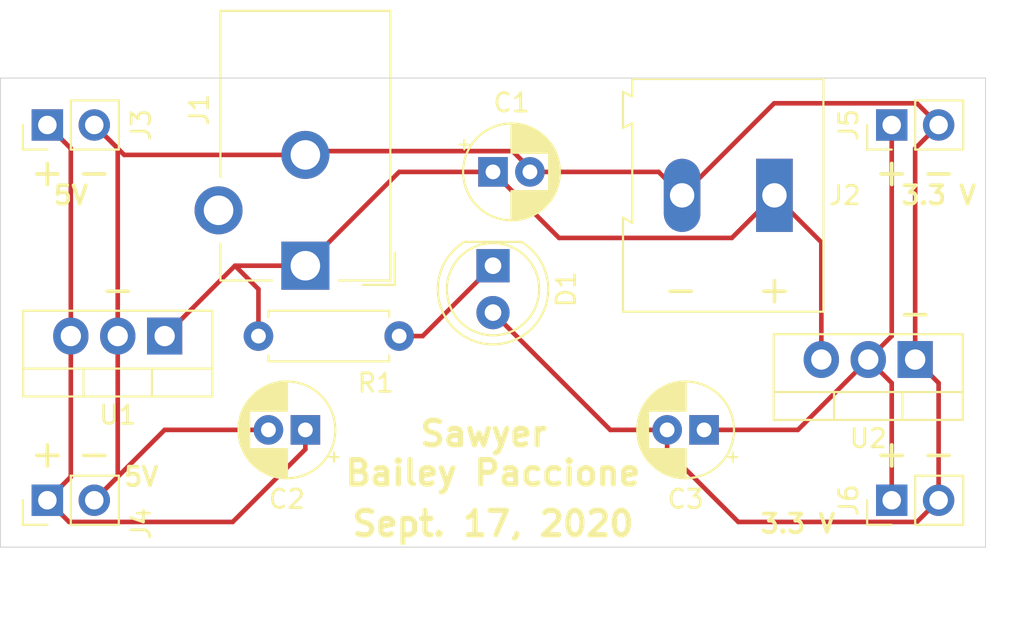
<source format=kicad_pcb>
(kicad_pcb (version 20171130) (host pcbnew "(5.1.6)-1")

  (general
    (thickness 1.6)
    (drawings 22)
    (tracks 55)
    (zones 0)
    (modules 13)
    (nets 7)
  )

  (page A4)
  (layers
    (0 F.Cu signal)
    (31 B.Cu signal)
    (32 B.Adhes user)
    (33 F.Adhes user)
    (34 B.Paste user)
    (35 F.Paste user)
    (36 B.SilkS user)
    (37 F.SilkS user)
    (38 B.Mask user)
    (39 F.Mask user)
    (40 Dwgs.User user)
    (41 Cmts.User user)
    (42 Eco1.User user)
    (43 Eco2.User user)
    (44 Edge.Cuts user)
    (45 Margin user)
    (46 B.CrtYd user)
    (47 F.CrtYd user)
    (48 B.Fab user)
    (49 F.Fab user)
  )

  (setup
    (last_trace_width 0.25)
    (trace_clearance 0.2)
    (zone_clearance 0.508)
    (zone_45_only no)
    (trace_min 0.2)
    (via_size 0.8)
    (via_drill 0.4)
    (via_min_size 0.4)
    (via_min_drill 0.3)
    (uvia_size 0.3)
    (uvia_drill 0.1)
    (uvias_allowed no)
    (uvia_min_size 0.2)
    (uvia_min_drill 0.1)
    (edge_width 0.05)
    (segment_width 0.2)
    (pcb_text_width 0.3)
    (pcb_text_size 1.5 1.5)
    (mod_edge_width 0.12)
    (mod_text_size 1 1)
    (mod_text_width 0.15)
    (pad_size 1.524 1.524)
    (pad_drill 0.762)
    (pad_to_mask_clearance 0.05)
    (aux_axis_origin 0 0)
    (visible_elements 7FFFFFFF)
    (pcbplotparams
      (layerselection 0x010fc_ffffffff)
      (usegerberextensions false)
      (usegerberattributes true)
      (usegerberadvancedattributes true)
      (creategerberjobfile true)
      (excludeedgelayer true)
      (linewidth 0.100000)
      (plotframeref false)
      (viasonmask false)
      (mode 1)
      (useauxorigin false)
      (hpglpennumber 1)
      (hpglpenspeed 20)
      (hpglpendiameter 15.000000)
      (psnegative false)
      (psa4output false)
      (plotreference true)
      (plotvalue true)
      (plotinvisibletext false)
      (padsonsilk false)
      (subtractmaskfromsilk false)
      (outputformat 1)
      (mirror false)
      (drillshape 1)
      (scaleselection 1)
      (outputdirectory ""))
  )

  (net 0 "")
  (net 1 GND)
  (net 2 "Net-(C1-Pad1)")
  (net 3 "Net-(C2-Pad1)")
  (net 4 "Net-(C3-Pad1)")
  (net 5 "Net-(J1-Pad3)")
  (net 6 "Net-(D1-Pad1)")

  (net_class Default "This is the default net class."
    (clearance 0.2)
    (trace_width 0.25)
    (via_dia 0.8)
    (via_drill 0.4)
    (uvia_dia 0.3)
    (uvia_drill 0.1)
    (add_net GND)
    (add_net "Net-(C1-Pad1)")
    (add_net "Net-(C2-Pad1)")
    (add_net "Net-(C3-Pad1)")
    (add_net "Net-(D1-Pad1)")
    (add_net "Net-(J1-Pad3)")
  )

  (module Resistor_THT:R_Axial_DIN0207_L6.3mm_D2.5mm_P7.62mm_Horizontal (layer F.Cu) (tedit 5AE5139B) (tstamp 5F63E35C)
    (at 191.77 90.17)
    (descr "Resistor, Axial_DIN0207 series, Axial, Horizontal, pin pitch=7.62mm, 0.25W = 1/4W, length*diameter=6.3*2.5mm^2, http://cdn-reichelt.de/documents/datenblatt/B400/1_4W%23YAG.pdf")
    (tags "Resistor Axial_DIN0207 series Axial Horizontal pin pitch 7.62mm 0.25W = 1/4W length 6.3mm diameter 2.5mm")
    (path /5F63C6CC)
    (fp_text reference R1 (at 6.35 2.54) (layer F.SilkS)
      (effects (font (size 1 1) (thickness 0.15)))
    )
    (fp_text value R (at 3.81 2.37) (layer F.Fab)
      (effects (font (size 1 1) (thickness 0.15)))
    )
    (fp_line (start 8.67 -1.5) (end -1.05 -1.5) (layer F.CrtYd) (width 0.05))
    (fp_line (start 8.67 1.5) (end 8.67 -1.5) (layer F.CrtYd) (width 0.05))
    (fp_line (start -1.05 1.5) (end 8.67 1.5) (layer F.CrtYd) (width 0.05))
    (fp_line (start -1.05 -1.5) (end -1.05 1.5) (layer F.CrtYd) (width 0.05))
    (fp_line (start 7.08 1.37) (end 7.08 1.04) (layer F.SilkS) (width 0.12))
    (fp_line (start 0.54 1.37) (end 7.08 1.37) (layer F.SilkS) (width 0.12))
    (fp_line (start 0.54 1.04) (end 0.54 1.37) (layer F.SilkS) (width 0.12))
    (fp_line (start 7.08 -1.37) (end 7.08 -1.04) (layer F.SilkS) (width 0.12))
    (fp_line (start 0.54 -1.37) (end 7.08 -1.37) (layer F.SilkS) (width 0.12))
    (fp_line (start 0.54 -1.04) (end 0.54 -1.37) (layer F.SilkS) (width 0.12))
    (fp_line (start 7.62 0) (end 6.96 0) (layer F.Fab) (width 0.1))
    (fp_line (start 0 0) (end 0.66 0) (layer F.Fab) (width 0.1))
    (fp_line (start 6.96 -1.25) (end 0.66 -1.25) (layer F.Fab) (width 0.1))
    (fp_line (start 6.96 1.25) (end 6.96 -1.25) (layer F.Fab) (width 0.1))
    (fp_line (start 0.66 1.25) (end 6.96 1.25) (layer F.Fab) (width 0.1))
    (fp_line (start 0.66 -1.25) (end 0.66 1.25) (layer F.Fab) (width 0.1))
    (fp_text user %R (at 3.81 0) (layer F.Fab)
      (effects (font (size 1 1) (thickness 0.15)))
    )
    (pad 2 thru_hole oval (at 7.62 0) (size 1.6 1.6) (drill 0.8) (layers *.Cu *.Mask)
      (net 6 "Net-(D1-Pad1)"))
    (pad 1 thru_hole circle (at 0 0) (size 1.6 1.6) (drill 0.8) (layers *.Cu *.Mask)
      (net 2 "Net-(C1-Pad1)"))
    (model ${KISYS3DMOD}/Resistor_THT.3dshapes/R_Axial_DIN0207_L6.3mm_D2.5mm_P7.62mm_Horizontal.wrl
      (at (xyz 0 0 0))
      (scale (xyz 1 1 1))
      (rotate (xyz 0 0 0))
    )
  )

  (module LED_THT:LED_D5.0mm (layer F.Cu) (tedit 5995936A) (tstamp 5F63E44A)
    (at 204.47 86.36 270)
    (descr "LED, diameter 5.0mm, 2 pins, http://cdn-reichelt.de/documents/datenblatt/A500/LL-504BC2E-009.pdf")
    (tags "LED diameter 5.0mm 2 pins")
    (path /5F63DE05)
    (fp_text reference D1 (at 1.27 -3.96 90) (layer F.SilkS)
      (effects (font (size 1 1) (thickness 0.15)))
    )
    (fp_text value LED (at 1.27 3.96 90) (layer F.Fab)
      (effects (font (size 1 1) (thickness 0.15)))
    )
    (fp_line (start 4.5 -3.25) (end -1.95 -3.25) (layer F.CrtYd) (width 0.05))
    (fp_line (start 4.5 3.25) (end 4.5 -3.25) (layer F.CrtYd) (width 0.05))
    (fp_line (start -1.95 3.25) (end 4.5 3.25) (layer F.CrtYd) (width 0.05))
    (fp_line (start -1.95 -3.25) (end -1.95 3.25) (layer F.CrtYd) (width 0.05))
    (fp_line (start -1.29 -1.545) (end -1.29 1.545) (layer F.SilkS) (width 0.12))
    (fp_line (start -1.23 -1.469694) (end -1.23 1.469694) (layer F.Fab) (width 0.1))
    (fp_circle (center 1.27 0) (end 3.77 0) (layer F.SilkS) (width 0.12))
    (fp_circle (center 1.27 0) (end 3.77 0) (layer F.Fab) (width 0.1))
    (fp_text user %R (at 1.25 0) (layer F.Fab)
      (effects (font (size 0.8 0.8) (thickness 0.2)))
    )
    (fp_arc (start 1.27 0) (end -1.29 1.54483) (angle -148.9) (layer F.SilkS) (width 0.12))
    (fp_arc (start 1.27 0) (end -1.29 -1.54483) (angle 148.9) (layer F.SilkS) (width 0.12))
    (fp_arc (start 1.27 0) (end -1.23 -1.469694) (angle 299.1) (layer F.Fab) (width 0.1))
    (pad 2 thru_hole circle (at 2.54 0 270) (size 1.8 1.8) (drill 0.9) (layers *.Cu *.Mask)
      (net 1 GND))
    (pad 1 thru_hole rect (at 0 0 270) (size 1.8 1.8) (drill 0.9) (layers *.Cu *.Mask)
      (net 6 "Net-(D1-Pad1)"))
    (model ${KISYS3DMOD}/LED_THT.3dshapes/LED_D5.0mm.wrl
      (at (xyz 0 0 0))
      (scale (xyz 1 1 1))
      (rotate (xyz 0 0 0))
    )
  )

  (module Package_TO_SOT_THT:TO-220-3_Vertical (layer F.Cu) (tedit 5AC8BA0D) (tstamp 5F6352F8)
    (at 227.33 91.44 180)
    (descr "TO-220-3, Vertical, RM 2.54mm, see https://www.vishay.com/docs/66542/to-220-1.pdf")
    (tags "TO-220-3 Vertical RM 2.54mm")
    (path /5F6323C4)
    (fp_text reference U2 (at 2.54 -4.27) (layer F.SilkS)
      (effects (font (size 1 1) (thickness 0.15)))
    )
    (fp_text value LD1117S33TR_SOT223 (at 2.54 2.5) (layer F.Fab)
      (effects (font (size 1 1) (thickness 0.15)))
    )
    (fp_line (start 7.79 -3.4) (end -2.71 -3.4) (layer F.CrtYd) (width 0.05))
    (fp_line (start 7.79 1.51) (end 7.79 -3.4) (layer F.CrtYd) (width 0.05))
    (fp_line (start -2.71 1.51) (end 7.79 1.51) (layer F.CrtYd) (width 0.05))
    (fp_line (start -2.71 -3.4) (end -2.71 1.51) (layer F.CrtYd) (width 0.05))
    (fp_line (start 4.391 -3.27) (end 4.391 -1.76) (layer F.SilkS) (width 0.12))
    (fp_line (start 0.69 -3.27) (end 0.69 -1.76) (layer F.SilkS) (width 0.12))
    (fp_line (start -2.58 -1.76) (end 7.66 -1.76) (layer F.SilkS) (width 0.12))
    (fp_line (start 7.66 -3.27) (end 7.66 1.371) (layer F.SilkS) (width 0.12))
    (fp_line (start -2.58 -3.27) (end -2.58 1.371) (layer F.SilkS) (width 0.12))
    (fp_line (start -2.58 1.371) (end 7.66 1.371) (layer F.SilkS) (width 0.12))
    (fp_line (start -2.58 -3.27) (end 7.66 -3.27) (layer F.SilkS) (width 0.12))
    (fp_line (start 4.39 -3.15) (end 4.39 -1.88) (layer F.Fab) (width 0.1))
    (fp_line (start 0.69 -3.15) (end 0.69 -1.88) (layer F.Fab) (width 0.1))
    (fp_line (start -2.46 -1.88) (end 7.54 -1.88) (layer F.Fab) (width 0.1))
    (fp_line (start 7.54 -3.15) (end -2.46 -3.15) (layer F.Fab) (width 0.1))
    (fp_line (start 7.54 1.25) (end 7.54 -3.15) (layer F.Fab) (width 0.1))
    (fp_line (start -2.46 1.25) (end 7.54 1.25) (layer F.Fab) (width 0.1))
    (fp_line (start -2.46 -3.15) (end -2.46 1.25) (layer F.Fab) (width 0.1))
    (fp_text user %R (at 2.54 -4.27) (layer F.Fab)
      (effects (font (size 1 1) (thickness 0.15)))
    )
    (pad 3 thru_hole oval (at 5.08 0 180) (size 1.905 2) (drill 1.1) (layers *.Cu *.Mask)
      (net 2 "Net-(C1-Pad1)"))
    (pad 2 thru_hole oval (at 2.54 0 180) (size 1.905 2) (drill 1.1) (layers *.Cu *.Mask)
      (net 4 "Net-(C3-Pad1)"))
    (pad 1 thru_hole rect (at 0 0 180) (size 1.905 2) (drill 1.1) (layers *.Cu *.Mask)
      (net 1 GND))
    (model ${KISYS3DMOD}/Package_TO_SOT_THT.3dshapes/TO-220-3_Vertical.wrl
      (at (xyz 0 0 0))
      (scale (xyz 1 1 1))
      (rotate (xyz 0 0 0))
    )
  )

  (module Package_TO_SOT_THT:TO-220-3_Vertical (layer F.Cu) (tedit 5AC8BA0D) (tstamp 5F6352DE)
    (at 186.69 90.17 180)
    (descr "TO-220-3, Vertical, RM 2.54mm, see https://www.vishay.com/docs/66542/to-220-1.pdf")
    (tags "TO-220-3 Vertical RM 2.54mm")
    (path /5F62EF4E)
    (fp_text reference U1 (at 2.54 -4.27) (layer F.SilkS)
      (effects (font (size 1 1) (thickness 0.15)))
    )
    (fp_text value L7805 (at 2.54 2.5) (layer F.Fab)
      (effects (font (size 1 1) (thickness 0.15)))
    )
    (fp_line (start 7.79 -3.4) (end -2.71 -3.4) (layer F.CrtYd) (width 0.05))
    (fp_line (start 7.79 1.51) (end 7.79 -3.4) (layer F.CrtYd) (width 0.05))
    (fp_line (start -2.71 1.51) (end 7.79 1.51) (layer F.CrtYd) (width 0.05))
    (fp_line (start -2.71 -3.4) (end -2.71 1.51) (layer F.CrtYd) (width 0.05))
    (fp_line (start 4.391 -3.27) (end 4.391 -1.76) (layer F.SilkS) (width 0.12))
    (fp_line (start 0.69 -3.27) (end 0.69 -1.76) (layer F.SilkS) (width 0.12))
    (fp_line (start -2.58 -1.76) (end 7.66 -1.76) (layer F.SilkS) (width 0.12))
    (fp_line (start 7.66 -3.27) (end 7.66 1.371) (layer F.SilkS) (width 0.12))
    (fp_line (start -2.58 -3.27) (end -2.58 1.371) (layer F.SilkS) (width 0.12))
    (fp_line (start -2.58 1.371) (end 7.66 1.371) (layer F.SilkS) (width 0.12))
    (fp_line (start -2.58 -3.27) (end 7.66 -3.27) (layer F.SilkS) (width 0.12))
    (fp_line (start 4.39 -3.15) (end 4.39 -1.88) (layer F.Fab) (width 0.1))
    (fp_line (start 0.69 -3.15) (end 0.69 -1.88) (layer F.Fab) (width 0.1))
    (fp_line (start -2.46 -1.88) (end 7.54 -1.88) (layer F.Fab) (width 0.1))
    (fp_line (start 7.54 -3.15) (end -2.46 -3.15) (layer F.Fab) (width 0.1))
    (fp_line (start 7.54 1.25) (end 7.54 -3.15) (layer F.Fab) (width 0.1))
    (fp_line (start -2.46 1.25) (end 7.54 1.25) (layer F.Fab) (width 0.1))
    (fp_line (start -2.46 -3.15) (end -2.46 1.25) (layer F.Fab) (width 0.1))
    (fp_text user %R (at 2.54 -4.27) (layer F.Fab)
      (effects (font (size 1 1) (thickness 0.15)))
    )
    (pad 3 thru_hole oval (at 5.08 0 180) (size 1.905 2) (drill 1.1) (layers *.Cu *.Mask)
      (net 3 "Net-(C2-Pad1)"))
    (pad 2 thru_hole oval (at 2.54 0 180) (size 1.905 2) (drill 1.1) (layers *.Cu *.Mask)
      (net 1 GND))
    (pad 1 thru_hole rect (at 0 0 180) (size 1.905 2) (drill 1.1) (layers *.Cu *.Mask)
      (net 2 "Net-(C1-Pad1)"))
    (model ${KISYS3DMOD}/Package_TO_SOT_THT.3dshapes/TO-220-3_Vertical.wrl
      (at (xyz 0 0 0))
      (scale (xyz 1 1 1))
      (rotate (xyz 0 0 0))
    )
  )

  (module Connector_PinHeader_2.54mm:PinHeader_1x02_P2.54mm_Vertical (layer F.Cu) (tedit 59FED5CC) (tstamp 5F6352C4)
    (at 226.06 99.06 90)
    (descr "Through hole straight pin header, 1x02, 2.54mm pitch, single row")
    (tags "Through hole pin header THT 1x02 2.54mm single row")
    (path /5F62FD98)
    (fp_text reference J6 (at 0 -2.33 90) (layer F.SilkS)
      (effects (font (size 1 1) (thickness 0.15)))
    )
    (fp_text value Conn_01x02_Male (at 0 4.87 90) (layer F.Fab)
      (effects (font (size 1 1) (thickness 0.15)))
    )
    (fp_line (start 1.8 -1.8) (end -1.8 -1.8) (layer F.CrtYd) (width 0.05))
    (fp_line (start 1.8 4.35) (end 1.8 -1.8) (layer F.CrtYd) (width 0.05))
    (fp_line (start -1.8 4.35) (end 1.8 4.35) (layer F.CrtYd) (width 0.05))
    (fp_line (start -1.8 -1.8) (end -1.8 4.35) (layer F.CrtYd) (width 0.05))
    (fp_line (start -1.33 -1.33) (end 0 -1.33) (layer F.SilkS) (width 0.12))
    (fp_line (start -1.33 0) (end -1.33 -1.33) (layer F.SilkS) (width 0.12))
    (fp_line (start -1.33 1.27) (end 1.33 1.27) (layer F.SilkS) (width 0.12))
    (fp_line (start 1.33 1.27) (end 1.33 3.87) (layer F.SilkS) (width 0.12))
    (fp_line (start -1.33 1.27) (end -1.33 3.87) (layer F.SilkS) (width 0.12))
    (fp_line (start -1.33 3.87) (end 1.33 3.87) (layer F.SilkS) (width 0.12))
    (fp_line (start -1.27 -0.635) (end -0.635 -1.27) (layer F.Fab) (width 0.1))
    (fp_line (start -1.27 3.81) (end -1.27 -0.635) (layer F.Fab) (width 0.1))
    (fp_line (start 1.27 3.81) (end -1.27 3.81) (layer F.Fab) (width 0.1))
    (fp_line (start 1.27 -1.27) (end 1.27 3.81) (layer F.Fab) (width 0.1))
    (fp_line (start -0.635 -1.27) (end 1.27 -1.27) (layer F.Fab) (width 0.1))
    (fp_text user %R (at -3.81 -1.27) (layer F.Fab)
      (effects (font (size 1 1) (thickness 0.15)))
    )
    (pad 2 thru_hole oval (at 0 2.54 90) (size 1.7 1.7) (drill 1) (layers *.Cu *.Mask)
      (net 1 GND))
    (pad 1 thru_hole rect (at 0 0 90) (size 1.7 1.7) (drill 1) (layers *.Cu *.Mask)
      (net 4 "Net-(C3-Pad1)"))
    (model ${KISYS3DMOD}/Connector_PinHeader_2.54mm.3dshapes/PinHeader_1x02_P2.54mm_Vertical.wrl
      (at (xyz 0 0 0))
      (scale (xyz 1 1 1))
      (rotate (xyz 0 0 0))
    )
  )

  (module Connector_PinHeader_2.54mm:PinHeader_1x02_P2.54mm_Vertical (layer F.Cu) (tedit 59FED5CC) (tstamp 5F6352AE)
    (at 226.06 78.74 90)
    (descr "Through hole straight pin header, 1x02, 2.54mm pitch, single row")
    (tags "Through hole pin header THT 1x02 2.54mm single row")
    (path /5F635204)
    (fp_text reference J5 (at 0 -2.33 90) (layer F.SilkS)
      (effects (font (size 1 1) (thickness 0.15)))
    )
    (fp_text value Conn_01x02_Male (at 0 4.87 90) (layer F.Fab)
      (effects (font (size 1 1) (thickness 0.15)))
    )
    (fp_line (start 1.8 -1.8) (end -1.8 -1.8) (layer F.CrtYd) (width 0.05))
    (fp_line (start 1.8 4.35) (end 1.8 -1.8) (layer F.CrtYd) (width 0.05))
    (fp_line (start -1.8 4.35) (end 1.8 4.35) (layer F.CrtYd) (width 0.05))
    (fp_line (start -1.8 -1.8) (end -1.8 4.35) (layer F.CrtYd) (width 0.05))
    (fp_line (start -1.33 -1.33) (end 0 -1.33) (layer F.SilkS) (width 0.12))
    (fp_line (start -1.33 0) (end -1.33 -1.33) (layer F.SilkS) (width 0.12))
    (fp_line (start -1.33 1.27) (end 1.33 1.27) (layer F.SilkS) (width 0.12))
    (fp_line (start 1.33 1.27) (end 1.33 3.87) (layer F.SilkS) (width 0.12))
    (fp_line (start -1.33 1.27) (end -1.33 3.87) (layer F.SilkS) (width 0.12))
    (fp_line (start -1.33 3.87) (end 1.33 3.87) (layer F.SilkS) (width 0.12))
    (fp_line (start -1.27 -0.635) (end -0.635 -1.27) (layer F.Fab) (width 0.1))
    (fp_line (start -1.27 3.81) (end -1.27 -0.635) (layer F.Fab) (width 0.1))
    (fp_line (start 1.27 3.81) (end -1.27 3.81) (layer F.Fab) (width 0.1))
    (fp_line (start 1.27 -1.27) (end 1.27 3.81) (layer F.Fab) (width 0.1))
    (fp_line (start -0.635 -1.27) (end 1.27 -1.27) (layer F.Fab) (width 0.1))
    (fp_text user %R (at 0 1.27) (layer F.Fab)
      (effects (font (size 1 1) (thickness 0.15)))
    )
    (pad 2 thru_hole oval (at 0 2.54 90) (size 1.7 1.7) (drill 1) (layers *.Cu *.Mask)
      (net 1 GND))
    (pad 1 thru_hole rect (at 0 0 90) (size 1.7 1.7) (drill 1) (layers *.Cu *.Mask)
      (net 4 "Net-(C3-Pad1)"))
    (model ${KISYS3DMOD}/Connector_PinHeader_2.54mm.3dshapes/PinHeader_1x02_P2.54mm_Vertical.wrl
      (at (xyz 0 0 0))
      (scale (xyz 1 1 1))
      (rotate (xyz 0 0 0))
    )
  )

  (module Connector_PinHeader_2.54mm:PinHeader_1x02_P2.54mm_Vertical (layer F.Cu) (tedit 59FED5CC) (tstamp 5F635298)
    (at 180.34 99.06 90)
    (descr "Through hole straight pin header, 1x02, 2.54mm pitch, single row")
    (tags "Through hole pin header THT 1x02 2.54mm single row")
    (path /5F634474)
    (fp_text reference J4 (at -1.27 5.08 90) (layer F.SilkS)
      (effects (font (size 1 1) (thickness 0.15)))
    )
    (fp_text value Conn_01x02_Male (at 0 4.87 90) (layer F.Fab)
      (effects (font (size 1 1) (thickness 0.15)))
    )
    (fp_line (start 1.8 -1.8) (end -1.8 -1.8) (layer F.CrtYd) (width 0.05))
    (fp_line (start 1.8 4.35) (end 1.8 -1.8) (layer F.CrtYd) (width 0.05))
    (fp_line (start -1.8 4.35) (end 1.8 4.35) (layer F.CrtYd) (width 0.05))
    (fp_line (start -1.8 -1.8) (end -1.8 4.35) (layer F.CrtYd) (width 0.05))
    (fp_line (start -1.33 -1.33) (end 0 -1.33) (layer F.SilkS) (width 0.12))
    (fp_line (start -1.33 0) (end -1.33 -1.33) (layer F.SilkS) (width 0.12))
    (fp_line (start -1.33 1.27) (end 1.33 1.27) (layer F.SilkS) (width 0.12))
    (fp_line (start 1.33 1.27) (end 1.33 3.87) (layer F.SilkS) (width 0.12))
    (fp_line (start -1.33 1.27) (end -1.33 3.87) (layer F.SilkS) (width 0.12))
    (fp_line (start -1.33 3.87) (end 1.33 3.87) (layer F.SilkS) (width 0.12))
    (fp_line (start -1.27 -0.635) (end -0.635 -1.27) (layer F.Fab) (width 0.1))
    (fp_line (start -1.27 3.81) (end -1.27 -0.635) (layer F.Fab) (width 0.1))
    (fp_line (start 1.27 3.81) (end -1.27 3.81) (layer F.Fab) (width 0.1))
    (fp_line (start 1.27 -1.27) (end 1.27 3.81) (layer F.Fab) (width 0.1))
    (fp_line (start -0.635 -1.27) (end 1.27 -1.27) (layer F.Fab) (width 0.1))
    (fp_text user %R (at -0.390225 -0.32) (layer F.Fab)
      (effects (font (size 1 1) (thickness 0.15)))
    )
    (pad 2 thru_hole oval (at 0 2.54 90) (size 1.7 1.7) (drill 1) (layers *.Cu *.Mask)
      (net 1 GND))
    (pad 1 thru_hole rect (at 0 0 90) (size 1.7 1.7) (drill 1) (layers *.Cu *.Mask)
      (net 3 "Net-(C2-Pad1)"))
    (model ${KISYS3DMOD}/Connector_PinHeader_2.54mm.3dshapes/PinHeader_1x02_P2.54mm_Vertical.wrl
      (at (xyz 0 0 0))
      (scale (xyz 1 1 1))
      (rotate (xyz 0 0 0))
    )
  )

  (module Connector_PinHeader_2.54mm:PinHeader_1x02_P2.54mm_Vertical (layer F.Cu) (tedit 59FED5CC) (tstamp 5F635282)
    (at 180.34 78.74 90)
    (descr "Through hole straight pin header, 1x02, 2.54mm pitch, single row")
    (tags "Through hole pin header THT 1x02 2.54mm single row")
    (path /5F62F7EC)
    (fp_text reference J3 (at 0 5.08 90) (layer F.SilkS)
      (effects (font (size 1 1) (thickness 0.15)))
    )
    (fp_text value Conn_01x02_Male (at 0 4.87 90) (layer F.Fab)
      (effects (font (size 1 1) (thickness 0.15)))
    )
    (fp_line (start 1.8 -1.8) (end -1.8 -1.8) (layer F.CrtYd) (width 0.05))
    (fp_line (start 1.8 4.35) (end 1.8 -1.8) (layer F.CrtYd) (width 0.05))
    (fp_line (start -1.8 4.35) (end 1.8 4.35) (layer F.CrtYd) (width 0.05))
    (fp_line (start -1.8 -1.8) (end -1.8 4.35) (layer F.CrtYd) (width 0.05))
    (fp_line (start -1.33 -1.33) (end 0 -1.33) (layer F.SilkS) (width 0.12))
    (fp_line (start -1.33 0) (end -1.33 -1.33) (layer F.SilkS) (width 0.12))
    (fp_line (start -1.33 1.27) (end 1.33 1.27) (layer F.SilkS) (width 0.12))
    (fp_line (start 1.33 1.27) (end 1.33 3.87) (layer F.SilkS) (width 0.12))
    (fp_line (start -1.33 1.27) (end -1.33 3.87) (layer F.SilkS) (width 0.12))
    (fp_line (start -1.33 3.87) (end 1.33 3.87) (layer F.SilkS) (width 0.12))
    (fp_line (start -1.27 -0.635) (end -0.635 -1.27) (layer F.Fab) (width 0.1))
    (fp_line (start -1.27 3.81) (end -1.27 -0.635) (layer F.Fab) (width 0.1))
    (fp_line (start 1.27 3.81) (end -1.27 3.81) (layer F.Fab) (width 0.1))
    (fp_line (start 1.27 -1.27) (end 1.27 3.81) (layer F.Fab) (width 0.1))
    (fp_line (start -0.635 -1.27) (end 1.27 -1.27) (layer F.Fab) (width 0.1))
    (fp_text user %R (at 0 1.27) (layer F.Fab)
      (effects (font (size 1 1) (thickness 0.15)))
    )
    (pad 2 thru_hole oval (at 0 2.54 90) (size 1.7 1.7) (drill 1) (layers *.Cu *.Mask)
      (net 1 GND))
    (pad 1 thru_hole rect (at 0 0 90) (size 1.7 1.7) (drill 1) (layers *.Cu *.Mask)
      (net 3 "Net-(C2-Pad1)"))
    (model ${KISYS3DMOD}/Connector_PinHeader_2.54mm.3dshapes/PinHeader_1x02_P2.54mm_Vertical.wrl
      (at (xyz 0 0 0))
      (scale (xyz 1 1 1))
      (rotate (xyz 0 0 0))
    )
  )

  (module TerminalBlock:TerminalBlock_Altech_AK300-2_P5.00mm (layer F.Cu) (tedit 59FF0306) (tstamp 5F63526C)
    (at 219.71 82.55 180)
    (descr "Altech AK300 terminal block, pitch 5.0mm, 45 degree angled, see http://www.mouser.com/ds/2/16/PCBMETRC-24178.pdf")
    (tags "Altech AK300 terminal block pitch 5.0mm")
    (path /5F61820F)
    (fp_text reference J2 (at -3.81 0) (layer F.SilkS)
      (effects (font (size 1 1) (thickness 0.15)))
    )
    (fp_text value Screw_Terminal_01x02 (at 2.78 7.75) (layer F.Fab)
      (effects (font (size 1 1) (thickness 0.15)))
    )
    (fp_line (start 8.36 6.47) (end -2.83 6.47) (layer F.CrtYd) (width 0.05))
    (fp_line (start 8.36 6.47) (end 8.36 -6.47) (layer F.CrtYd) (width 0.05))
    (fp_line (start -2.83 -6.47) (end -2.83 6.47) (layer F.CrtYd) (width 0.05))
    (fp_line (start -2.83 -6.47) (end 8.36 -6.47) (layer F.CrtYd) (width 0.05))
    (fp_line (start 3.36 -0.25) (end 6.67 -0.25) (layer F.Fab) (width 0.1))
    (fp_line (start 2.98 -0.25) (end 3.36 -0.25) (layer F.Fab) (width 0.1))
    (fp_line (start 7.05 -0.25) (end 6.67 -0.25) (layer F.Fab) (width 0.1))
    (fp_line (start 6.67 -0.64) (end 3.36 -0.64) (layer F.Fab) (width 0.1))
    (fp_line (start 7.61 -0.64) (end 6.67 -0.64) (layer F.Fab) (width 0.1))
    (fp_line (start 1.66 -0.64) (end 3.36 -0.64) (layer F.Fab) (width 0.1))
    (fp_line (start -1.64 -0.64) (end 1.66 -0.64) (layer F.Fab) (width 0.1))
    (fp_line (start -2.58 -0.64) (end -1.64 -0.64) (layer F.Fab) (width 0.1))
    (fp_line (start 1.66 -0.25) (end -1.64 -0.25) (layer F.Fab) (width 0.1))
    (fp_line (start 2.04 -0.25) (end 1.66 -0.25) (layer F.Fab) (width 0.1))
    (fp_line (start -2.02 -0.25) (end -1.64 -0.25) (layer F.Fab) (width 0.1))
    (fp_line (start -1.49 -4.32) (end 1.56 -4.95) (layer F.Fab) (width 0.1))
    (fp_line (start -1.62 -4.45) (end 1.44 -5.08) (layer F.Fab) (width 0.1))
    (fp_line (start 3.52 -4.32) (end 6.56 -4.95) (layer F.Fab) (width 0.1))
    (fp_line (start 3.39 -4.45) (end 6.44 -5.08) (layer F.Fab) (width 0.1))
    (fp_line (start 2.04 -5.97) (end -2.02 -5.97) (layer F.Fab) (width 0.1))
    (fp_line (start -2.02 -3.43) (end -2.02 -5.97) (layer F.Fab) (width 0.1))
    (fp_line (start 2.04 -3.43) (end -2.02 -3.43) (layer F.Fab) (width 0.1))
    (fp_line (start 2.04 -3.43) (end 2.04 -5.97) (layer F.Fab) (width 0.1))
    (fp_line (start 7.05 -3.43) (end 2.98 -3.43) (layer F.Fab) (width 0.1))
    (fp_line (start 7.05 -5.97) (end 7.05 -3.43) (layer F.Fab) (width 0.1))
    (fp_line (start 2.98 -5.97) (end 7.05 -5.97) (layer F.Fab) (width 0.1))
    (fp_line (start 2.98 -3.43) (end 2.98 -5.97) (layer F.Fab) (width 0.1))
    (fp_line (start 7.61 -3.17) (end 7.61 -1.65) (layer F.Fab) (width 0.1))
    (fp_line (start -2.58 -3.17) (end -2.58 -6.22) (layer F.Fab) (width 0.1))
    (fp_line (start -2.58 -3.17) (end 7.61 -3.17) (layer F.Fab) (width 0.1))
    (fp_line (start 7.61 -0.64) (end 7.61 4.06) (layer F.Fab) (width 0.1))
    (fp_line (start 7.61 -1.65) (end 7.61 -0.64) (layer F.Fab) (width 0.1))
    (fp_line (start -2.58 -0.64) (end -2.58 -3.17) (layer F.Fab) (width 0.1))
    (fp_line (start -2.58 6.22) (end -2.58 -0.64) (layer F.Fab) (width 0.1))
    (fp_line (start 6.67 0.51) (end 6.28 0.51) (layer F.Fab) (width 0.1))
    (fp_line (start 3.36 0.51) (end 3.74 0.51) (layer F.Fab) (width 0.1))
    (fp_line (start 1.66 0.51) (end 1.28 0.51) (layer F.Fab) (width 0.1))
    (fp_line (start -1.64 0.51) (end -1.26 0.51) (layer F.Fab) (width 0.1))
    (fp_line (start -1.64 3.68) (end -1.64 0.51) (layer F.Fab) (width 0.1))
    (fp_line (start 1.66 3.68) (end -1.64 3.68) (layer F.Fab) (width 0.1))
    (fp_line (start 1.66 3.68) (end 1.66 0.51) (layer F.Fab) (width 0.1))
    (fp_line (start 3.36 3.68) (end 3.36 0.51) (layer F.Fab) (width 0.1))
    (fp_line (start 6.67 3.68) (end 3.36 3.68) (layer F.Fab) (width 0.1))
    (fp_line (start 6.67 3.68) (end 6.67 0.51) (layer F.Fab) (width 0.1))
    (fp_line (start -2.02 4.32) (end -2.02 6.22) (layer F.Fab) (width 0.1))
    (fp_line (start 2.04 4.32) (end 2.04 -0.25) (layer F.Fab) (width 0.1))
    (fp_line (start 2.04 4.32) (end -2.02 4.32) (layer F.Fab) (width 0.1))
    (fp_line (start 7.05 4.32) (end 7.05 6.22) (layer F.Fab) (width 0.1))
    (fp_line (start 2.98 4.32) (end 2.98 -0.25) (layer F.Fab) (width 0.1))
    (fp_line (start 2.98 4.32) (end 7.05 4.32) (layer F.Fab) (width 0.1))
    (fp_line (start -2.02 6.22) (end 2.04 6.22) (layer F.Fab) (width 0.1))
    (fp_line (start -2.58 6.22) (end -2.02 6.22) (layer F.Fab) (width 0.1))
    (fp_line (start -2.02 -0.25) (end -2.02 4.32) (layer F.Fab) (width 0.1))
    (fp_line (start 2.04 6.22) (end 2.98 6.22) (layer F.Fab) (width 0.1))
    (fp_line (start 2.04 6.22) (end 2.04 4.32) (layer F.Fab) (width 0.1))
    (fp_line (start 7.05 6.22) (end 7.61 6.22) (layer F.Fab) (width 0.1))
    (fp_line (start 2.98 6.22) (end 7.05 6.22) (layer F.Fab) (width 0.1))
    (fp_line (start 7.05 -0.25) (end 7.05 4.32) (layer F.Fab) (width 0.1))
    (fp_line (start 2.98 6.22) (end 2.98 4.32) (layer F.Fab) (width 0.1))
    (fp_line (start 8.11 3.81) (end 8.11 5.46) (layer F.Fab) (width 0.1))
    (fp_line (start 7.61 4.06) (end 7.61 5.21) (layer F.Fab) (width 0.1))
    (fp_line (start 8.11 3.81) (end 7.61 4.06) (layer F.Fab) (width 0.1))
    (fp_line (start 7.61 5.21) (end 7.61 6.22) (layer F.Fab) (width 0.1))
    (fp_line (start 8.11 5.46) (end 7.61 5.21) (layer F.Fab) (width 0.1))
    (fp_line (start 8.11 -1.4) (end 7.61 -1.65) (layer F.Fab) (width 0.1))
    (fp_line (start 8.11 -6.22) (end 8.11 -1.4) (layer F.Fab) (width 0.1))
    (fp_line (start 7.61 -6.22) (end 8.11 -6.22) (layer F.Fab) (width 0.1))
    (fp_line (start 7.61 -6.22) (end -2.58 -6.22) (layer F.Fab) (width 0.1))
    (fp_line (start 7.61 -6.22) (end 7.61 -3.17) (layer F.Fab) (width 0.1))
    (fp_line (start 3.74 2.54) (end 3.74 -0.25) (layer F.Fab) (width 0.1))
    (fp_line (start 3.74 -0.25) (end 6.28 -0.25) (layer F.Fab) (width 0.1))
    (fp_line (start 6.28 2.54) (end 6.28 -0.25) (layer F.Fab) (width 0.1))
    (fp_line (start 3.74 2.54) (end 6.28 2.54) (layer F.Fab) (width 0.1))
    (fp_line (start -1.26 2.54) (end -1.26 -0.25) (layer F.Fab) (width 0.1))
    (fp_line (start -1.26 -0.25) (end 1.28 -0.25) (layer F.Fab) (width 0.1))
    (fp_line (start 1.28 2.54) (end 1.28 -0.25) (layer F.Fab) (width 0.1))
    (fp_line (start -1.26 2.54) (end 1.28 2.54) (layer F.Fab) (width 0.1))
    (fp_line (start 8.2 -6.3) (end -2.65 -6.3) (layer F.SilkS) (width 0.12))
    (fp_line (start 8.2 -1.2) (end 8.2 -6.3) (layer F.SilkS) (width 0.12))
    (fp_line (start 7.7 -1.5) (end 8.2 -1.2) (layer F.SilkS) (width 0.12))
    (fp_line (start 7.7 3.9) (end 7.7 -1.5) (layer F.SilkS) (width 0.12))
    (fp_line (start 8.2 3.65) (end 7.7 3.9) (layer F.SilkS) (width 0.12))
    (fp_line (start 8.2 3.7) (end 8.2 3.65) (layer F.SilkS) (width 0.12))
    (fp_line (start 8.2 5.6) (end 8.2 3.7) (layer F.SilkS) (width 0.12))
    (fp_line (start 7.7 5.35) (end 8.2 5.6) (layer F.SilkS) (width 0.12))
    (fp_line (start 7.7 6.3) (end 7.7 5.35) (layer F.SilkS) (width 0.12))
    (fp_line (start -2.65 6.3) (end 7.7 6.3) (layer F.SilkS) (width 0.12))
    (fp_line (start -2.65 -6.3) (end -2.65 6.3) (layer F.SilkS) (width 0.12))
    (fp_arc (start -1.13 -4.65) (end -1.42 -4.13) (angle 104.2) (layer F.Fab) (width 0.1))
    (fp_arc (start -0.01 -3.71) (end -1.62 -5) (angle 100) (layer F.Fab) (width 0.1))
    (fp_arc (start 0.06 -6.07) (end 1.53 -4.12) (angle 75.5) (layer F.Fab) (width 0.1))
    (fp_arc (start 1.03 -4.59) (end 1.53 -5.05) (angle 90.5) (layer F.Fab) (width 0.1))
    (fp_arc (start 3.87 -4.65) (end 3.58 -4.13) (angle 104.2) (layer F.Fab) (width 0.1))
    (fp_arc (start 4.99 -3.71) (end 3.39 -5) (angle 100) (layer F.Fab) (width 0.1))
    (fp_arc (start 5.07 -6.07) (end 6.53 -4.12) (angle 75.5) (layer F.Fab) (width 0.1))
    (fp_arc (start 6.03 -4.59) (end 6.54 -5.05) (angle 90.5) (layer F.Fab) (width 0.1))
    (fp_text user %R (at 2.5 -2) (layer F.Fab)
      (effects (font (size 1 1) (thickness 0.15)))
    )
    (pad 2 thru_hole oval (at 5 0 180) (size 1.98 3.96) (drill 1.32) (layers *.Cu *.Mask)
      (net 1 GND))
    (pad 1 thru_hole rect (at 0 0 180) (size 1.98 3.96) (drill 1.32) (layers *.Cu *.Mask)
      (net 2 "Net-(C1-Pad1)"))
    (model ${KISYS3DMOD}/TerminalBlock.3dshapes/TerminalBlock_Altech_AK300-2_P5.00mm.wrl
      (at (xyz 0 0 0))
      (scale (xyz 1 1 1))
      (rotate (xyz 0 0 0))
    )
  )

  (module Connector_BarrelJack:BarrelJack_CUI_PJ-102AH_Horizontal (layer F.Cu) (tedit 5A1DBF38) (tstamp 5F635205)
    (at 194.31 86.36 180)
    (descr "Thin-pin DC Barrel Jack, https://cdn-shop.adafruit.com/datasheets/21mmdcjackDatasheet.pdf")
    (tags "Power Jack")
    (path /5F61432B)
    (fp_text reference J1 (at 5.75 8.45 90) (layer F.SilkS)
      (effects (font (size 1 1) (thickness 0.15)))
    )
    (fp_text value Barrel_Jack_Switch (at -5.5 6.2 90) (layer F.Fab)
      (effects (font (size 1 1) (thickness 0.15)))
    )
    (fp_line (start -4.5 10.2) (end 4.5 10.2) (layer F.Fab) (width 0.1))
    (fp_line (start -3.5 -0.7) (end 4.5 -0.7) (layer F.Fab) (width 0.1))
    (fp_line (start -4.5 0.3) (end -3.5 -0.7) (layer F.Fab) (width 0.1))
    (fp_line (start -4.5 13.7) (end -4.5 0.3) (layer F.Fab) (width 0.1))
    (fp_line (start 4.5 13.7) (end -4.5 13.7) (layer F.Fab) (width 0.1))
    (fp_line (start 4.5 -0.7) (end 4.5 13.7) (layer F.Fab) (width 0.1))
    (fp_line (start -4.84 -1.04) (end -3.1 -1.04) (layer F.SilkS) (width 0.12))
    (fp_line (start -4.84 0.7) (end -4.84 -1.04) (layer F.SilkS) (width 0.12))
    (fp_line (start 4.6 -0.8) (end 4.6 1.2) (layer F.SilkS) (width 0.12))
    (fp_line (start 1.8 -0.8) (end 4.6 -0.8) (layer F.SilkS) (width 0.12))
    (fp_line (start -4.6 -0.8) (end -1.8 -0.8) (layer F.SilkS) (width 0.12))
    (fp_line (start -4.6 13.8) (end -4.6 -0.8) (layer F.SilkS) (width 0.12))
    (fp_line (start 4.6 13.8) (end -4.6 13.8) (layer F.SilkS) (width 0.12))
    (fp_line (start 4.6 4.8) (end 4.6 13.8) (layer F.SilkS) (width 0.12))
    (fp_line (start -1.8 -1.8) (end 1.8 -1.8) (layer F.CrtYd) (width 0.05))
    (fp_line (start -1.8 -1.2) (end -1.8 -1.8) (layer F.CrtYd) (width 0.05))
    (fp_line (start -5 -1.2) (end -1.8 -1.2) (layer F.CrtYd) (width 0.05))
    (fp_line (start -5 14.2) (end -5 -1.2) (layer F.CrtYd) (width 0.05))
    (fp_line (start 5 14.2) (end -5 14.2) (layer F.CrtYd) (width 0.05))
    (fp_line (start 5 4.8) (end 5 14.2) (layer F.CrtYd) (width 0.05))
    (fp_line (start 6.5 4.8) (end 5 4.8) (layer F.CrtYd) (width 0.05))
    (fp_line (start 6.5 1.2) (end 6.5 4.8) (layer F.CrtYd) (width 0.05))
    (fp_line (start 5 1.2) (end 6.5 1.2) (layer F.CrtYd) (width 0.05))
    (fp_line (start 5 -1.2) (end 5 1.2) (layer F.CrtYd) (width 0.05))
    (fp_line (start 1.8 -1.2) (end 5 -1.2) (layer F.CrtYd) (width 0.05))
    (fp_line (start 1.8 -1.8) (end 1.8 -1.2) (layer F.CrtYd) (width 0.05))
    (fp_text user %R (at 0 6.5) (layer F.Fab)
      (effects (font (size 1 1) (thickness 0.15)))
    )
    (pad 3 thru_hole circle (at 4.7 3 180) (size 2.6 2.6) (drill 1.6) (layers *.Cu *.Mask)
      (net 5 "Net-(J1-Pad3)"))
    (pad 2 thru_hole circle (at 0 6 180) (size 2.6 2.6) (drill 1.6) (layers *.Cu *.Mask)
      (net 1 GND))
    (pad 1 thru_hole rect (at 0 0 180) (size 2.6 2.6) (drill 1.6) (layers *.Cu *.Mask)
      (net 2 "Net-(C1-Pad1)"))
    (model ${KISYS3DMOD}/Connector_BarrelJack.3dshapes/BarrelJack_CUI_PJ-102AH_Horizontal.wrl
      (at (xyz 0 0 0))
      (scale (xyz 1 1 1))
      (rotate (xyz 0 0 0))
    )
  )

  (module Capacitor_THT:CP_Radial_D5.0mm_P2.00mm (layer F.Cu) (tedit 5AE50EF0) (tstamp 5F6351E3)
    (at 215.9 95.25 180)
    (descr "CP, Radial series, Radial, pin pitch=2.00mm, , diameter=5mm, Electrolytic Capacitor")
    (tags "CP Radial series Radial pin pitch 2.00mm  diameter 5mm Electrolytic Capacitor")
    (path /5F61B2CA)
    (fp_text reference C3 (at 1 -3.75) (layer F.SilkS)
      (effects (font (size 1 1) (thickness 0.15)))
    )
    (fp_text value "10 uF" (at 1 3.75) (layer F.Fab)
      (effects (font (size 1 1) (thickness 0.15)))
    )
    (fp_line (start -1.554775 -1.725) (end -1.554775 -1.225) (layer F.SilkS) (width 0.12))
    (fp_line (start -1.804775 -1.475) (end -1.304775 -1.475) (layer F.SilkS) (width 0.12))
    (fp_line (start 3.601 -0.284) (end 3.601 0.284) (layer F.SilkS) (width 0.12))
    (fp_line (start 3.561 -0.518) (end 3.561 0.518) (layer F.SilkS) (width 0.12))
    (fp_line (start 3.521 -0.677) (end 3.521 0.677) (layer F.SilkS) (width 0.12))
    (fp_line (start 3.481 -0.805) (end 3.481 0.805) (layer F.SilkS) (width 0.12))
    (fp_line (start 3.441 -0.915) (end 3.441 0.915) (layer F.SilkS) (width 0.12))
    (fp_line (start 3.401 -1.011) (end 3.401 1.011) (layer F.SilkS) (width 0.12))
    (fp_line (start 3.361 -1.098) (end 3.361 1.098) (layer F.SilkS) (width 0.12))
    (fp_line (start 3.321 -1.178) (end 3.321 1.178) (layer F.SilkS) (width 0.12))
    (fp_line (start 3.281 -1.251) (end 3.281 1.251) (layer F.SilkS) (width 0.12))
    (fp_line (start 3.241 -1.319) (end 3.241 1.319) (layer F.SilkS) (width 0.12))
    (fp_line (start 3.201 -1.383) (end 3.201 1.383) (layer F.SilkS) (width 0.12))
    (fp_line (start 3.161 -1.443) (end 3.161 1.443) (layer F.SilkS) (width 0.12))
    (fp_line (start 3.121 -1.5) (end 3.121 1.5) (layer F.SilkS) (width 0.12))
    (fp_line (start 3.081 -1.554) (end 3.081 1.554) (layer F.SilkS) (width 0.12))
    (fp_line (start 3.041 -1.605) (end 3.041 1.605) (layer F.SilkS) (width 0.12))
    (fp_line (start 3.001 1.04) (end 3.001 1.653) (layer F.SilkS) (width 0.12))
    (fp_line (start 3.001 -1.653) (end 3.001 -1.04) (layer F.SilkS) (width 0.12))
    (fp_line (start 2.961 1.04) (end 2.961 1.699) (layer F.SilkS) (width 0.12))
    (fp_line (start 2.961 -1.699) (end 2.961 -1.04) (layer F.SilkS) (width 0.12))
    (fp_line (start 2.921 1.04) (end 2.921 1.743) (layer F.SilkS) (width 0.12))
    (fp_line (start 2.921 -1.743) (end 2.921 -1.04) (layer F.SilkS) (width 0.12))
    (fp_line (start 2.881 1.04) (end 2.881 1.785) (layer F.SilkS) (width 0.12))
    (fp_line (start 2.881 -1.785) (end 2.881 -1.04) (layer F.SilkS) (width 0.12))
    (fp_line (start 2.841 1.04) (end 2.841 1.826) (layer F.SilkS) (width 0.12))
    (fp_line (start 2.841 -1.826) (end 2.841 -1.04) (layer F.SilkS) (width 0.12))
    (fp_line (start 2.801 1.04) (end 2.801 1.864) (layer F.SilkS) (width 0.12))
    (fp_line (start 2.801 -1.864) (end 2.801 -1.04) (layer F.SilkS) (width 0.12))
    (fp_line (start 2.761 1.04) (end 2.761 1.901) (layer F.SilkS) (width 0.12))
    (fp_line (start 2.761 -1.901) (end 2.761 -1.04) (layer F.SilkS) (width 0.12))
    (fp_line (start 2.721 1.04) (end 2.721 1.937) (layer F.SilkS) (width 0.12))
    (fp_line (start 2.721 -1.937) (end 2.721 -1.04) (layer F.SilkS) (width 0.12))
    (fp_line (start 2.681 1.04) (end 2.681 1.971) (layer F.SilkS) (width 0.12))
    (fp_line (start 2.681 -1.971) (end 2.681 -1.04) (layer F.SilkS) (width 0.12))
    (fp_line (start 2.641 1.04) (end 2.641 2.004) (layer F.SilkS) (width 0.12))
    (fp_line (start 2.641 -2.004) (end 2.641 -1.04) (layer F.SilkS) (width 0.12))
    (fp_line (start 2.601 1.04) (end 2.601 2.035) (layer F.SilkS) (width 0.12))
    (fp_line (start 2.601 -2.035) (end 2.601 -1.04) (layer F.SilkS) (width 0.12))
    (fp_line (start 2.561 1.04) (end 2.561 2.065) (layer F.SilkS) (width 0.12))
    (fp_line (start 2.561 -2.065) (end 2.561 -1.04) (layer F.SilkS) (width 0.12))
    (fp_line (start 2.521 1.04) (end 2.521 2.095) (layer F.SilkS) (width 0.12))
    (fp_line (start 2.521 -2.095) (end 2.521 -1.04) (layer F.SilkS) (width 0.12))
    (fp_line (start 2.481 1.04) (end 2.481 2.122) (layer F.SilkS) (width 0.12))
    (fp_line (start 2.481 -2.122) (end 2.481 -1.04) (layer F.SilkS) (width 0.12))
    (fp_line (start 2.441 1.04) (end 2.441 2.149) (layer F.SilkS) (width 0.12))
    (fp_line (start 2.441 -2.149) (end 2.441 -1.04) (layer F.SilkS) (width 0.12))
    (fp_line (start 2.401 1.04) (end 2.401 2.175) (layer F.SilkS) (width 0.12))
    (fp_line (start 2.401 -2.175) (end 2.401 -1.04) (layer F.SilkS) (width 0.12))
    (fp_line (start 2.361 1.04) (end 2.361 2.2) (layer F.SilkS) (width 0.12))
    (fp_line (start 2.361 -2.2) (end 2.361 -1.04) (layer F.SilkS) (width 0.12))
    (fp_line (start 2.321 1.04) (end 2.321 2.224) (layer F.SilkS) (width 0.12))
    (fp_line (start 2.321 -2.224) (end 2.321 -1.04) (layer F.SilkS) (width 0.12))
    (fp_line (start 2.281 1.04) (end 2.281 2.247) (layer F.SilkS) (width 0.12))
    (fp_line (start 2.281 -2.247) (end 2.281 -1.04) (layer F.SilkS) (width 0.12))
    (fp_line (start 2.241 1.04) (end 2.241 2.268) (layer F.SilkS) (width 0.12))
    (fp_line (start 2.241 -2.268) (end 2.241 -1.04) (layer F.SilkS) (width 0.12))
    (fp_line (start 2.201 1.04) (end 2.201 2.29) (layer F.SilkS) (width 0.12))
    (fp_line (start 2.201 -2.29) (end 2.201 -1.04) (layer F.SilkS) (width 0.12))
    (fp_line (start 2.161 1.04) (end 2.161 2.31) (layer F.SilkS) (width 0.12))
    (fp_line (start 2.161 -2.31) (end 2.161 -1.04) (layer F.SilkS) (width 0.12))
    (fp_line (start 2.121 1.04) (end 2.121 2.329) (layer F.SilkS) (width 0.12))
    (fp_line (start 2.121 -2.329) (end 2.121 -1.04) (layer F.SilkS) (width 0.12))
    (fp_line (start 2.081 1.04) (end 2.081 2.348) (layer F.SilkS) (width 0.12))
    (fp_line (start 2.081 -2.348) (end 2.081 -1.04) (layer F.SilkS) (width 0.12))
    (fp_line (start 2.041 1.04) (end 2.041 2.365) (layer F.SilkS) (width 0.12))
    (fp_line (start 2.041 -2.365) (end 2.041 -1.04) (layer F.SilkS) (width 0.12))
    (fp_line (start 2.001 1.04) (end 2.001 2.382) (layer F.SilkS) (width 0.12))
    (fp_line (start 2.001 -2.382) (end 2.001 -1.04) (layer F.SilkS) (width 0.12))
    (fp_line (start 1.961 1.04) (end 1.961 2.398) (layer F.SilkS) (width 0.12))
    (fp_line (start 1.961 -2.398) (end 1.961 -1.04) (layer F.SilkS) (width 0.12))
    (fp_line (start 1.921 1.04) (end 1.921 2.414) (layer F.SilkS) (width 0.12))
    (fp_line (start 1.921 -2.414) (end 1.921 -1.04) (layer F.SilkS) (width 0.12))
    (fp_line (start 1.881 1.04) (end 1.881 2.428) (layer F.SilkS) (width 0.12))
    (fp_line (start 1.881 -2.428) (end 1.881 -1.04) (layer F.SilkS) (width 0.12))
    (fp_line (start 1.841 1.04) (end 1.841 2.442) (layer F.SilkS) (width 0.12))
    (fp_line (start 1.841 -2.442) (end 1.841 -1.04) (layer F.SilkS) (width 0.12))
    (fp_line (start 1.801 1.04) (end 1.801 2.455) (layer F.SilkS) (width 0.12))
    (fp_line (start 1.801 -2.455) (end 1.801 -1.04) (layer F.SilkS) (width 0.12))
    (fp_line (start 1.761 1.04) (end 1.761 2.468) (layer F.SilkS) (width 0.12))
    (fp_line (start 1.761 -2.468) (end 1.761 -1.04) (layer F.SilkS) (width 0.12))
    (fp_line (start 1.721 1.04) (end 1.721 2.48) (layer F.SilkS) (width 0.12))
    (fp_line (start 1.721 -2.48) (end 1.721 -1.04) (layer F.SilkS) (width 0.12))
    (fp_line (start 1.68 1.04) (end 1.68 2.491) (layer F.SilkS) (width 0.12))
    (fp_line (start 1.68 -2.491) (end 1.68 -1.04) (layer F.SilkS) (width 0.12))
    (fp_line (start 1.64 1.04) (end 1.64 2.501) (layer F.SilkS) (width 0.12))
    (fp_line (start 1.64 -2.501) (end 1.64 -1.04) (layer F.SilkS) (width 0.12))
    (fp_line (start 1.6 1.04) (end 1.6 2.511) (layer F.SilkS) (width 0.12))
    (fp_line (start 1.6 -2.511) (end 1.6 -1.04) (layer F.SilkS) (width 0.12))
    (fp_line (start 1.56 1.04) (end 1.56 2.52) (layer F.SilkS) (width 0.12))
    (fp_line (start 1.56 -2.52) (end 1.56 -1.04) (layer F.SilkS) (width 0.12))
    (fp_line (start 1.52 1.04) (end 1.52 2.528) (layer F.SilkS) (width 0.12))
    (fp_line (start 1.52 -2.528) (end 1.52 -1.04) (layer F.SilkS) (width 0.12))
    (fp_line (start 1.48 1.04) (end 1.48 2.536) (layer F.SilkS) (width 0.12))
    (fp_line (start 1.48 -2.536) (end 1.48 -1.04) (layer F.SilkS) (width 0.12))
    (fp_line (start 1.44 1.04) (end 1.44 2.543) (layer F.SilkS) (width 0.12))
    (fp_line (start 1.44 -2.543) (end 1.44 -1.04) (layer F.SilkS) (width 0.12))
    (fp_line (start 1.4 1.04) (end 1.4 2.55) (layer F.SilkS) (width 0.12))
    (fp_line (start 1.4 -2.55) (end 1.4 -1.04) (layer F.SilkS) (width 0.12))
    (fp_line (start 1.36 1.04) (end 1.36 2.556) (layer F.SilkS) (width 0.12))
    (fp_line (start 1.36 -2.556) (end 1.36 -1.04) (layer F.SilkS) (width 0.12))
    (fp_line (start 1.32 1.04) (end 1.32 2.561) (layer F.SilkS) (width 0.12))
    (fp_line (start 1.32 -2.561) (end 1.32 -1.04) (layer F.SilkS) (width 0.12))
    (fp_line (start 1.28 1.04) (end 1.28 2.565) (layer F.SilkS) (width 0.12))
    (fp_line (start 1.28 -2.565) (end 1.28 -1.04) (layer F.SilkS) (width 0.12))
    (fp_line (start 1.24 1.04) (end 1.24 2.569) (layer F.SilkS) (width 0.12))
    (fp_line (start 1.24 -2.569) (end 1.24 -1.04) (layer F.SilkS) (width 0.12))
    (fp_line (start 1.2 1.04) (end 1.2 2.573) (layer F.SilkS) (width 0.12))
    (fp_line (start 1.2 -2.573) (end 1.2 -1.04) (layer F.SilkS) (width 0.12))
    (fp_line (start 1.16 1.04) (end 1.16 2.576) (layer F.SilkS) (width 0.12))
    (fp_line (start 1.16 -2.576) (end 1.16 -1.04) (layer F.SilkS) (width 0.12))
    (fp_line (start 1.12 1.04) (end 1.12 2.578) (layer F.SilkS) (width 0.12))
    (fp_line (start 1.12 -2.578) (end 1.12 -1.04) (layer F.SilkS) (width 0.12))
    (fp_line (start 1.08 1.04) (end 1.08 2.579) (layer F.SilkS) (width 0.12))
    (fp_line (start 1.08 -2.579) (end 1.08 -1.04) (layer F.SilkS) (width 0.12))
    (fp_line (start 1.04 -2.58) (end 1.04 -1.04) (layer F.SilkS) (width 0.12))
    (fp_line (start 1.04 1.04) (end 1.04 2.58) (layer F.SilkS) (width 0.12))
    (fp_line (start 1 -2.58) (end 1 -1.04) (layer F.SilkS) (width 0.12))
    (fp_line (start 1 1.04) (end 1 2.58) (layer F.SilkS) (width 0.12))
    (fp_line (start -0.883605 -1.3375) (end -0.883605 -0.8375) (layer F.Fab) (width 0.1))
    (fp_line (start -1.133605 -1.0875) (end -0.633605 -1.0875) (layer F.Fab) (width 0.1))
    (fp_circle (center 1 0) (end 3.75 0) (layer F.CrtYd) (width 0.05))
    (fp_circle (center 1 0) (end 3.62 0) (layer F.SilkS) (width 0.12))
    (fp_circle (center 1 0) (end 3.5 0) (layer F.Fab) (width 0.1))
    (fp_text user %R (at -3.81 0 90) (layer F.Fab)
      (effects (font (size 1 1) (thickness 0.15)))
    )
    (pad 2 thru_hole circle (at 2 0 180) (size 1.6 1.6) (drill 0.8) (layers *.Cu *.Mask)
      (net 1 GND))
    (pad 1 thru_hole rect (at 0 0 180) (size 1.6 1.6) (drill 0.8) (layers *.Cu *.Mask)
      (net 4 "Net-(C3-Pad1)"))
    (model ${KISYS3DMOD}/Capacitor_THT.3dshapes/CP_Radial_D5.0mm_P2.00mm.wrl
      (at (xyz 0 0 0))
      (scale (xyz 1 1 1))
      (rotate (xyz 0 0 0))
    )
  )

  (module Capacitor_THT:CP_Radial_D5.0mm_P2.00mm (layer F.Cu) (tedit 5AE50EF0) (tstamp 5F635160)
    (at 194.31 95.25 180)
    (descr "CP, Radial series, Radial, pin pitch=2.00mm, , diameter=5mm, Electrolytic Capacitor")
    (tags "CP Radial series Radial pin pitch 2.00mm  diameter 5mm Electrolytic Capacitor")
    (path /5F61B9F2)
    (fp_text reference C2 (at 1 -3.75) (layer F.SilkS)
      (effects (font (size 1 1) (thickness 0.15)))
    )
    (fp_text value "10 uF" (at 1 3.75) (layer F.Fab)
      (effects (font (size 1 1) (thickness 0.15)))
    )
    (fp_line (start -1.554775 -1.725) (end -1.554775 -1.225) (layer F.SilkS) (width 0.12))
    (fp_line (start -1.804775 -1.475) (end -1.304775 -1.475) (layer F.SilkS) (width 0.12))
    (fp_line (start 3.601 -0.284) (end 3.601 0.284) (layer F.SilkS) (width 0.12))
    (fp_line (start 3.561 -0.518) (end 3.561 0.518) (layer F.SilkS) (width 0.12))
    (fp_line (start 3.521 -0.677) (end 3.521 0.677) (layer F.SilkS) (width 0.12))
    (fp_line (start 3.481 -0.805) (end 3.481 0.805) (layer F.SilkS) (width 0.12))
    (fp_line (start 3.441 -0.915) (end 3.441 0.915) (layer F.SilkS) (width 0.12))
    (fp_line (start 3.401 -1.011) (end 3.401 1.011) (layer F.SilkS) (width 0.12))
    (fp_line (start 3.361 -1.098) (end 3.361 1.098) (layer F.SilkS) (width 0.12))
    (fp_line (start 3.321 -1.178) (end 3.321 1.178) (layer F.SilkS) (width 0.12))
    (fp_line (start 3.281 -1.251) (end 3.281 1.251) (layer F.SilkS) (width 0.12))
    (fp_line (start 3.241 -1.319) (end 3.241 1.319) (layer F.SilkS) (width 0.12))
    (fp_line (start 3.201 -1.383) (end 3.201 1.383) (layer F.SilkS) (width 0.12))
    (fp_line (start 3.161 -1.443) (end 3.161 1.443) (layer F.SilkS) (width 0.12))
    (fp_line (start 3.121 -1.5) (end 3.121 1.5) (layer F.SilkS) (width 0.12))
    (fp_line (start 3.081 -1.554) (end 3.081 1.554) (layer F.SilkS) (width 0.12))
    (fp_line (start 3.041 -1.605) (end 3.041 1.605) (layer F.SilkS) (width 0.12))
    (fp_line (start 3.001 1.04) (end 3.001 1.653) (layer F.SilkS) (width 0.12))
    (fp_line (start 3.001 -1.653) (end 3.001 -1.04) (layer F.SilkS) (width 0.12))
    (fp_line (start 2.961 1.04) (end 2.961 1.699) (layer F.SilkS) (width 0.12))
    (fp_line (start 2.961 -1.699) (end 2.961 -1.04) (layer F.SilkS) (width 0.12))
    (fp_line (start 2.921 1.04) (end 2.921 1.743) (layer F.SilkS) (width 0.12))
    (fp_line (start 2.921 -1.743) (end 2.921 -1.04) (layer F.SilkS) (width 0.12))
    (fp_line (start 2.881 1.04) (end 2.881 1.785) (layer F.SilkS) (width 0.12))
    (fp_line (start 2.881 -1.785) (end 2.881 -1.04) (layer F.SilkS) (width 0.12))
    (fp_line (start 2.841 1.04) (end 2.841 1.826) (layer F.SilkS) (width 0.12))
    (fp_line (start 2.841 -1.826) (end 2.841 -1.04) (layer F.SilkS) (width 0.12))
    (fp_line (start 2.801 1.04) (end 2.801 1.864) (layer F.SilkS) (width 0.12))
    (fp_line (start 2.801 -1.864) (end 2.801 -1.04) (layer F.SilkS) (width 0.12))
    (fp_line (start 2.761 1.04) (end 2.761 1.901) (layer F.SilkS) (width 0.12))
    (fp_line (start 2.761 -1.901) (end 2.761 -1.04) (layer F.SilkS) (width 0.12))
    (fp_line (start 2.721 1.04) (end 2.721 1.937) (layer F.SilkS) (width 0.12))
    (fp_line (start 2.721 -1.937) (end 2.721 -1.04) (layer F.SilkS) (width 0.12))
    (fp_line (start 2.681 1.04) (end 2.681 1.971) (layer F.SilkS) (width 0.12))
    (fp_line (start 2.681 -1.971) (end 2.681 -1.04) (layer F.SilkS) (width 0.12))
    (fp_line (start 2.641 1.04) (end 2.641 2.004) (layer F.SilkS) (width 0.12))
    (fp_line (start 2.641 -2.004) (end 2.641 -1.04) (layer F.SilkS) (width 0.12))
    (fp_line (start 2.601 1.04) (end 2.601 2.035) (layer F.SilkS) (width 0.12))
    (fp_line (start 2.601 -2.035) (end 2.601 -1.04) (layer F.SilkS) (width 0.12))
    (fp_line (start 2.561 1.04) (end 2.561 2.065) (layer F.SilkS) (width 0.12))
    (fp_line (start 2.561 -2.065) (end 2.561 -1.04) (layer F.SilkS) (width 0.12))
    (fp_line (start 2.521 1.04) (end 2.521 2.095) (layer F.SilkS) (width 0.12))
    (fp_line (start 2.521 -2.095) (end 2.521 -1.04) (layer F.SilkS) (width 0.12))
    (fp_line (start 2.481 1.04) (end 2.481 2.122) (layer F.SilkS) (width 0.12))
    (fp_line (start 2.481 -2.122) (end 2.481 -1.04) (layer F.SilkS) (width 0.12))
    (fp_line (start 2.441 1.04) (end 2.441 2.149) (layer F.SilkS) (width 0.12))
    (fp_line (start 2.441 -2.149) (end 2.441 -1.04) (layer F.SilkS) (width 0.12))
    (fp_line (start 2.401 1.04) (end 2.401 2.175) (layer F.SilkS) (width 0.12))
    (fp_line (start 2.401 -2.175) (end 2.401 -1.04) (layer F.SilkS) (width 0.12))
    (fp_line (start 2.361 1.04) (end 2.361 2.2) (layer F.SilkS) (width 0.12))
    (fp_line (start 2.361 -2.2) (end 2.361 -1.04) (layer F.SilkS) (width 0.12))
    (fp_line (start 2.321 1.04) (end 2.321 2.224) (layer F.SilkS) (width 0.12))
    (fp_line (start 2.321 -2.224) (end 2.321 -1.04) (layer F.SilkS) (width 0.12))
    (fp_line (start 2.281 1.04) (end 2.281 2.247) (layer F.SilkS) (width 0.12))
    (fp_line (start 2.281 -2.247) (end 2.281 -1.04) (layer F.SilkS) (width 0.12))
    (fp_line (start 2.241 1.04) (end 2.241 2.268) (layer F.SilkS) (width 0.12))
    (fp_line (start 2.241 -2.268) (end 2.241 -1.04) (layer F.SilkS) (width 0.12))
    (fp_line (start 2.201 1.04) (end 2.201 2.29) (layer F.SilkS) (width 0.12))
    (fp_line (start 2.201 -2.29) (end 2.201 -1.04) (layer F.SilkS) (width 0.12))
    (fp_line (start 2.161 1.04) (end 2.161 2.31) (layer F.SilkS) (width 0.12))
    (fp_line (start 2.161 -2.31) (end 2.161 -1.04) (layer F.SilkS) (width 0.12))
    (fp_line (start 2.121 1.04) (end 2.121 2.329) (layer F.SilkS) (width 0.12))
    (fp_line (start 2.121 -2.329) (end 2.121 -1.04) (layer F.SilkS) (width 0.12))
    (fp_line (start 2.081 1.04) (end 2.081 2.348) (layer F.SilkS) (width 0.12))
    (fp_line (start 2.081 -2.348) (end 2.081 -1.04) (layer F.SilkS) (width 0.12))
    (fp_line (start 2.041 1.04) (end 2.041 2.365) (layer F.SilkS) (width 0.12))
    (fp_line (start 2.041 -2.365) (end 2.041 -1.04) (layer F.SilkS) (width 0.12))
    (fp_line (start 2.001 1.04) (end 2.001 2.382) (layer F.SilkS) (width 0.12))
    (fp_line (start 2.001 -2.382) (end 2.001 -1.04) (layer F.SilkS) (width 0.12))
    (fp_line (start 1.961 1.04) (end 1.961 2.398) (layer F.SilkS) (width 0.12))
    (fp_line (start 1.961 -2.398) (end 1.961 -1.04) (layer F.SilkS) (width 0.12))
    (fp_line (start 1.921 1.04) (end 1.921 2.414) (layer F.SilkS) (width 0.12))
    (fp_line (start 1.921 -2.414) (end 1.921 -1.04) (layer F.SilkS) (width 0.12))
    (fp_line (start 1.881 1.04) (end 1.881 2.428) (layer F.SilkS) (width 0.12))
    (fp_line (start 1.881 -2.428) (end 1.881 -1.04) (layer F.SilkS) (width 0.12))
    (fp_line (start 1.841 1.04) (end 1.841 2.442) (layer F.SilkS) (width 0.12))
    (fp_line (start 1.841 -2.442) (end 1.841 -1.04) (layer F.SilkS) (width 0.12))
    (fp_line (start 1.801 1.04) (end 1.801 2.455) (layer F.SilkS) (width 0.12))
    (fp_line (start 1.801 -2.455) (end 1.801 -1.04) (layer F.SilkS) (width 0.12))
    (fp_line (start 1.761 1.04) (end 1.761 2.468) (layer F.SilkS) (width 0.12))
    (fp_line (start 1.761 -2.468) (end 1.761 -1.04) (layer F.SilkS) (width 0.12))
    (fp_line (start 1.721 1.04) (end 1.721 2.48) (layer F.SilkS) (width 0.12))
    (fp_line (start 1.721 -2.48) (end 1.721 -1.04) (layer F.SilkS) (width 0.12))
    (fp_line (start 1.68 1.04) (end 1.68 2.491) (layer F.SilkS) (width 0.12))
    (fp_line (start 1.68 -2.491) (end 1.68 -1.04) (layer F.SilkS) (width 0.12))
    (fp_line (start 1.64 1.04) (end 1.64 2.501) (layer F.SilkS) (width 0.12))
    (fp_line (start 1.64 -2.501) (end 1.64 -1.04) (layer F.SilkS) (width 0.12))
    (fp_line (start 1.6 1.04) (end 1.6 2.511) (layer F.SilkS) (width 0.12))
    (fp_line (start 1.6 -2.511) (end 1.6 -1.04) (layer F.SilkS) (width 0.12))
    (fp_line (start 1.56 1.04) (end 1.56 2.52) (layer F.SilkS) (width 0.12))
    (fp_line (start 1.56 -2.52) (end 1.56 -1.04) (layer F.SilkS) (width 0.12))
    (fp_line (start 1.52 1.04) (end 1.52 2.528) (layer F.SilkS) (width 0.12))
    (fp_line (start 1.52 -2.528) (end 1.52 -1.04) (layer F.SilkS) (width 0.12))
    (fp_line (start 1.48 1.04) (end 1.48 2.536) (layer F.SilkS) (width 0.12))
    (fp_line (start 1.48 -2.536) (end 1.48 -1.04) (layer F.SilkS) (width 0.12))
    (fp_line (start 1.44 1.04) (end 1.44 2.543) (layer F.SilkS) (width 0.12))
    (fp_line (start 1.44 -2.543) (end 1.44 -1.04) (layer F.SilkS) (width 0.12))
    (fp_line (start 1.4 1.04) (end 1.4 2.55) (layer F.SilkS) (width 0.12))
    (fp_line (start 1.4 -2.55) (end 1.4 -1.04) (layer F.SilkS) (width 0.12))
    (fp_line (start 1.36 1.04) (end 1.36 2.556) (layer F.SilkS) (width 0.12))
    (fp_line (start 1.36 -2.556) (end 1.36 -1.04) (layer F.SilkS) (width 0.12))
    (fp_line (start 1.32 1.04) (end 1.32 2.561) (layer F.SilkS) (width 0.12))
    (fp_line (start 1.32 -2.561) (end 1.32 -1.04) (layer F.SilkS) (width 0.12))
    (fp_line (start 1.28 1.04) (end 1.28 2.565) (layer F.SilkS) (width 0.12))
    (fp_line (start 1.28 -2.565) (end 1.28 -1.04) (layer F.SilkS) (width 0.12))
    (fp_line (start 1.24 1.04) (end 1.24 2.569) (layer F.SilkS) (width 0.12))
    (fp_line (start 1.24 -2.569) (end 1.24 -1.04) (layer F.SilkS) (width 0.12))
    (fp_line (start 1.2 1.04) (end 1.2 2.573) (layer F.SilkS) (width 0.12))
    (fp_line (start 1.2 -2.573) (end 1.2 -1.04) (layer F.SilkS) (width 0.12))
    (fp_line (start 1.16 1.04) (end 1.16 2.576) (layer F.SilkS) (width 0.12))
    (fp_line (start 1.16 -2.576) (end 1.16 -1.04) (layer F.SilkS) (width 0.12))
    (fp_line (start 1.12 1.04) (end 1.12 2.578) (layer F.SilkS) (width 0.12))
    (fp_line (start 1.12 -2.578) (end 1.12 -1.04) (layer F.SilkS) (width 0.12))
    (fp_line (start 1.08 1.04) (end 1.08 2.579) (layer F.SilkS) (width 0.12))
    (fp_line (start 1.08 -2.579) (end 1.08 -1.04) (layer F.SilkS) (width 0.12))
    (fp_line (start 1.04 -2.58) (end 1.04 -1.04) (layer F.SilkS) (width 0.12))
    (fp_line (start 1.04 1.04) (end 1.04 2.58) (layer F.SilkS) (width 0.12))
    (fp_line (start 1 -2.58) (end 1 -1.04) (layer F.SilkS) (width 0.12))
    (fp_line (start 1 1.04) (end 1 2.58) (layer F.SilkS) (width 0.12))
    (fp_line (start -0.883605 -1.3375) (end -0.883605 -0.8375) (layer F.Fab) (width 0.1))
    (fp_line (start -1.133605 -1.0875) (end -0.633605 -1.0875) (layer F.Fab) (width 0.1))
    (fp_circle (center 1 0) (end 3.75 0) (layer F.CrtYd) (width 0.05))
    (fp_circle (center 1 0) (end 3.62 0) (layer F.SilkS) (width 0.12))
    (fp_circle (center 1 0) (end 3.5 0) (layer F.Fab) (width 0.1))
    (fp_text user %R (at 1 0) (layer F.Fab)
      (effects (font (size 1 1) (thickness 0.15)))
    )
    (pad 2 thru_hole circle (at 2 0 180) (size 1.6 1.6) (drill 0.8) (layers *.Cu *.Mask)
      (net 1 GND))
    (pad 1 thru_hole rect (at 0 0 180) (size 1.6 1.6) (drill 0.8) (layers *.Cu *.Mask)
      (net 3 "Net-(C2-Pad1)"))
    (model ${KISYS3DMOD}/Capacitor_THT.3dshapes/CP_Radial_D5.0mm_P2.00mm.wrl
      (at (xyz 0 0 0))
      (scale (xyz 1 1 1))
      (rotate (xyz 0 0 0))
    )
  )

  (module Capacitor_THT:CP_Radial_D5.0mm_P2.00mm (layer F.Cu) (tedit 5AE50EF0) (tstamp 5F6350DD)
    (at 204.47 81.28)
    (descr "CP, Radial series, Radial, pin pitch=2.00mm, , diameter=5mm, Electrolytic Capacitor")
    (tags "CP Radial series Radial pin pitch 2.00mm  diameter 5mm Electrolytic Capacitor")
    (path /5F61AC92)
    (fp_text reference C1 (at 1 -3.75) (layer F.SilkS)
      (effects (font (size 1 1) (thickness 0.15)))
    )
    (fp_text value "10 uF" (at 1 3.75) (layer F.Fab)
      (effects (font (size 1 1) (thickness 0.15)))
    )
    (fp_line (start -1.554775 -1.725) (end -1.554775 -1.225) (layer F.SilkS) (width 0.12))
    (fp_line (start -1.804775 -1.475) (end -1.304775 -1.475) (layer F.SilkS) (width 0.12))
    (fp_line (start 3.601 -0.284) (end 3.601 0.284) (layer F.SilkS) (width 0.12))
    (fp_line (start 3.561 -0.518) (end 3.561 0.518) (layer F.SilkS) (width 0.12))
    (fp_line (start 3.521 -0.677) (end 3.521 0.677) (layer F.SilkS) (width 0.12))
    (fp_line (start 3.481 -0.805) (end 3.481 0.805) (layer F.SilkS) (width 0.12))
    (fp_line (start 3.441 -0.915) (end 3.441 0.915) (layer F.SilkS) (width 0.12))
    (fp_line (start 3.401 -1.011) (end 3.401 1.011) (layer F.SilkS) (width 0.12))
    (fp_line (start 3.361 -1.098) (end 3.361 1.098) (layer F.SilkS) (width 0.12))
    (fp_line (start 3.321 -1.178) (end 3.321 1.178) (layer F.SilkS) (width 0.12))
    (fp_line (start 3.281 -1.251) (end 3.281 1.251) (layer F.SilkS) (width 0.12))
    (fp_line (start 3.241 -1.319) (end 3.241 1.319) (layer F.SilkS) (width 0.12))
    (fp_line (start 3.201 -1.383) (end 3.201 1.383) (layer F.SilkS) (width 0.12))
    (fp_line (start 3.161 -1.443) (end 3.161 1.443) (layer F.SilkS) (width 0.12))
    (fp_line (start 3.121 -1.5) (end 3.121 1.5) (layer F.SilkS) (width 0.12))
    (fp_line (start 3.081 -1.554) (end 3.081 1.554) (layer F.SilkS) (width 0.12))
    (fp_line (start 3.041 -1.605) (end 3.041 1.605) (layer F.SilkS) (width 0.12))
    (fp_line (start 3.001 1.04) (end 3.001 1.653) (layer F.SilkS) (width 0.12))
    (fp_line (start 3.001 -1.653) (end 3.001 -1.04) (layer F.SilkS) (width 0.12))
    (fp_line (start 2.961 1.04) (end 2.961 1.699) (layer F.SilkS) (width 0.12))
    (fp_line (start 2.961 -1.699) (end 2.961 -1.04) (layer F.SilkS) (width 0.12))
    (fp_line (start 2.921 1.04) (end 2.921 1.743) (layer F.SilkS) (width 0.12))
    (fp_line (start 2.921 -1.743) (end 2.921 -1.04) (layer F.SilkS) (width 0.12))
    (fp_line (start 2.881 1.04) (end 2.881 1.785) (layer F.SilkS) (width 0.12))
    (fp_line (start 2.881 -1.785) (end 2.881 -1.04) (layer F.SilkS) (width 0.12))
    (fp_line (start 2.841 1.04) (end 2.841 1.826) (layer F.SilkS) (width 0.12))
    (fp_line (start 2.841 -1.826) (end 2.841 -1.04) (layer F.SilkS) (width 0.12))
    (fp_line (start 2.801 1.04) (end 2.801 1.864) (layer F.SilkS) (width 0.12))
    (fp_line (start 2.801 -1.864) (end 2.801 -1.04) (layer F.SilkS) (width 0.12))
    (fp_line (start 2.761 1.04) (end 2.761 1.901) (layer F.SilkS) (width 0.12))
    (fp_line (start 2.761 -1.901) (end 2.761 -1.04) (layer F.SilkS) (width 0.12))
    (fp_line (start 2.721 1.04) (end 2.721 1.937) (layer F.SilkS) (width 0.12))
    (fp_line (start 2.721 -1.937) (end 2.721 -1.04) (layer F.SilkS) (width 0.12))
    (fp_line (start 2.681 1.04) (end 2.681 1.971) (layer F.SilkS) (width 0.12))
    (fp_line (start 2.681 -1.971) (end 2.681 -1.04) (layer F.SilkS) (width 0.12))
    (fp_line (start 2.641 1.04) (end 2.641 2.004) (layer F.SilkS) (width 0.12))
    (fp_line (start 2.641 -2.004) (end 2.641 -1.04) (layer F.SilkS) (width 0.12))
    (fp_line (start 2.601 1.04) (end 2.601 2.035) (layer F.SilkS) (width 0.12))
    (fp_line (start 2.601 -2.035) (end 2.601 -1.04) (layer F.SilkS) (width 0.12))
    (fp_line (start 2.561 1.04) (end 2.561 2.065) (layer F.SilkS) (width 0.12))
    (fp_line (start 2.561 -2.065) (end 2.561 -1.04) (layer F.SilkS) (width 0.12))
    (fp_line (start 2.521 1.04) (end 2.521 2.095) (layer F.SilkS) (width 0.12))
    (fp_line (start 2.521 -2.095) (end 2.521 -1.04) (layer F.SilkS) (width 0.12))
    (fp_line (start 2.481 1.04) (end 2.481 2.122) (layer F.SilkS) (width 0.12))
    (fp_line (start 2.481 -2.122) (end 2.481 -1.04) (layer F.SilkS) (width 0.12))
    (fp_line (start 2.441 1.04) (end 2.441 2.149) (layer F.SilkS) (width 0.12))
    (fp_line (start 2.441 -2.149) (end 2.441 -1.04) (layer F.SilkS) (width 0.12))
    (fp_line (start 2.401 1.04) (end 2.401 2.175) (layer F.SilkS) (width 0.12))
    (fp_line (start 2.401 -2.175) (end 2.401 -1.04) (layer F.SilkS) (width 0.12))
    (fp_line (start 2.361 1.04) (end 2.361 2.2) (layer F.SilkS) (width 0.12))
    (fp_line (start 2.361 -2.2) (end 2.361 -1.04) (layer F.SilkS) (width 0.12))
    (fp_line (start 2.321 1.04) (end 2.321 2.224) (layer F.SilkS) (width 0.12))
    (fp_line (start 2.321 -2.224) (end 2.321 -1.04) (layer F.SilkS) (width 0.12))
    (fp_line (start 2.281 1.04) (end 2.281 2.247) (layer F.SilkS) (width 0.12))
    (fp_line (start 2.281 -2.247) (end 2.281 -1.04) (layer F.SilkS) (width 0.12))
    (fp_line (start 2.241 1.04) (end 2.241 2.268) (layer F.SilkS) (width 0.12))
    (fp_line (start 2.241 -2.268) (end 2.241 -1.04) (layer F.SilkS) (width 0.12))
    (fp_line (start 2.201 1.04) (end 2.201 2.29) (layer F.SilkS) (width 0.12))
    (fp_line (start 2.201 -2.29) (end 2.201 -1.04) (layer F.SilkS) (width 0.12))
    (fp_line (start 2.161 1.04) (end 2.161 2.31) (layer F.SilkS) (width 0.12))
    (fp_line (start 2.161 -2.31) (end 2.161 -1.04) (layer F.SilkS) (width 0.12))
    (fp_line (start 2.121 1.04) (end 2.121 2.329) (layer F.SilkS) (width 0.12))
    (fp_line (start 2.121 -2.329) (end 2.121 -1.04) (layer F.SilkS) (width 0.12))
    (fp_line (start 2.081 1.04) (end 2.081 2.348) (layer F.SilkS) (width 0.12))
    (fp_line (start 2.081 -2.348) (end 2.081 -1.04) (layer F.SilkS) (width 0.12))
    (fp_line (start 2.041 1.04) (end 2.041 2.365) (layer F.SilkS) (width 0.12))
    (fp_line (start 2.041 -2.365) (end 2.041 -1.04) (layer F.SilkS) (width 0.12))
    (fp_line (start 2.001 1.04) (end 2.001 2.382) (layer F.SilkS) (width 0.12))
    (fp_line (start 2.001 -2.382) (end 2.001 -1.04) (layer F.SilkS) (width 0.12))
    (fp_line (start 1.961 1.04) (end 1.961 2.398) (layer F.SilkS) (width 0.12))
    (fp_line (start 1.961 -2.398) (end 1.961 -1.04) (layer F.SilkS) (width 0.12))
    (fp_line (start 1.921 1.04) (end 1.921 2.414) (layer F.SilkS) (width 0.12))
    (fp_line (start 1.921 -2.414) (end 1.921 -1.04) (layer F.SilkS) (width 0.12))
    (fp_line (start 1.881 1.04) (end 1.881 2.428) (layer F.SilkS) (width 0.12))
    (fp_line (start 1.881 -2.428) (end 1.881 -1.04) (layer F.SilkS) (width 0.12))
    (fp_line (start 1.841 1.04) (end 1.841 2.442) (layer F.SilkS) (width 0.12))
    (fp_line (start 1.841 -2.442) (end 1.841 -1.04) (layer F.SilkS) (width 0.12))
    (fp_line (start 1.801 1.04) (end 1.801 2.455) (layer F.SilkS) (width 0.12))
    (fp_line (start 1.801 -2.455) (end 1.801 -1.04) (layer F.SilkS) (width 0.12))
    (fp_line (start 1.761 1.04) (end 1.761 2.468) (layer F.SilkS) (width 0.12))
    (fp_line (start 1.761 -2.468) (end 1.761 -1.04) (layer F.SilkS) (width 0.12))
    (fp_line (start 1.721 1.04) (end 1.721 2.48) (layer F.SilkS) (width 0.12))
    (fp_line (start 1.721 -2.48) (end 1.721 -1.04) (layer F.SilkS) (width 0.12))
    (fp_line (start 1.68 1.04) (end 1.68 2.491) (layer F.SilkS) (width 0.12))
    (fp_line (start 1.68 -2.491) (end 1.68 -1.04) (layer F.SilkS) (width 0.12))
    (fp_line (start 1.64 1.04) (end 1.64 2.501) (layer F.SilkS) (width 0.12))
    (fp_line (start 1.64 -2.501) (end 1.64 -1.04) (layer F.SilkS) (width 0.12))
    (fp_line (start 1.6 1.04) (end 1.6 2.511) (layer F.SilkS) (width 0.12))
    (fp_line (start 1.6 -2.511) (end 1.6 -1.04) (layer F.SilkS) (width 0.12))
    (fp_line (start 1.56 1.04) (end 1.56 2.52) (layer F.SilkS) (width 0.12))
    (fp_line (start 1.56 -2.52) (end 1.56 -1.04) (layer F.SilkS) (width 0.12))
    (fp_line (start 1.52 1.04) (end 1.52 2.528) (layer F.SilkS) (width 0.12))
    (fp_line (start 1.52 -2.528) (end 1.52 -1.04) (layer F.SilkS) (width 0.12))
    (fp_line (start 1.48 1.04) (end 1.48 2.536) (layer F.SilkS) (width 0.12))
    (fp_line (start 1.48 -2.536) (end 1.48 -1.04) (layer F.SilkS) (width 0.12))
    (fp_line (start 1.44 1.04) (end 1.44 2.543) (layer F.SilkS) (width 0.12))
    (fp_line (start 1.44 -2.543) (end 1.44 -1.04) (layer F.SilkS) (width 0.12))
    (fp_line (start 1.4 1.04) (end 1.4 2.55) (layer F.SilkS) (width 0.12))
    (fp_line (start 1.4 -2.55) (end 1.4 -1.04) (layer F.SilkS) (width 0.12))
    (fp_line (start 1.36 1.04) (end 1.36 2.556) (layer F.SilkS) (width 0.12))
    (fp_line (start 1.36 -2.556) (end 1.36 -1.04) (layer F.SilkS) (width 0.12))
    (fp_line (start 1.32 1.04) (end 1.32 2.561) (layer F.SilkS) (width 0.12))
    (fp_line (start 1.32 -2.561) (end 1.32 -1.04) (layer F.SilkS) (width 0.12))
    (fp_line (start 1.28 1.04) (end 1.28 2.565) (layer F.SilkS) (width 0.12))
    (fp_line (start 1.28 -2.565) (end 1.28 -1.04) (layer F.SilkS) (width 0.12))
    (fp_line (start 1.24 1.04) (end 1.24 2.569) (layer F.SilkS) (width 0.12))
    (fp_line (start 1.24 -2.569) (end 1.24 -1.04) (layer F.SilkS) (width 0.12))
    (fp_line (start 1.2 1.04) (end 1.2 2.573) (layer F.SilkS) (width 0.12))
    (fp_line (start 1.2 -2.573) (end 1.2 -1.04) (layer F.SilkS) (width 0.12))
    (fp_line (start 1.16 1.04) (end 1.16 2.576) (layer F.SilkS) (width 0.12))
    (fp_line (start 1.16 -2.576) (end 1.16 -1.04) (layer F.SilkS) (width 0.12))
    (fp_line (start 1.12 1.04) (end 1.12 2.578) (layer F.SilkS) (width 0.12))
    (fp_line (start 1.12 -2.578) (end 1.12 -1.04) (layer F.SilkS) (width 0.12))
    (fp_line (start 1.08 1.04) (end 1.08 2.579) (layer F.SilkS) (width 0.12))
    (fp_line (start 1.08 -2.579) (end 1.08 -1.04) (layer F.SilkS) (width 0.12))
    (fp_line (start 1.04 -2.58) (end 1.04 -1.04) (layer F.SilkS) (width 0.12))
    (fp_line (start 1.04 1.04) (end 1.04 2.58) (layer F.SilkS) (width 0.12))
    (fp_line (start 1 -2.58) (end 1 -1.04) (layer F.SilkS) (width 0.12))
    (fp_line (start 1 1.04) (end 1 2.58) (layer F.SilkS) (width 0.12))
    (fp_line (start -0.883605 -1.3375) (end -0.883605 -0.8375) (layer F.Fab) (width 0.1))
    (fp_line (start -1.133605 -1.0875) (end -0.633605 -1.0875) (layer F.Fab) (width 0.1))
    (fp_circle (center 1 0) (end 3.75 0) (layer F.CrtYd) (width 0.05))
    (fp_circle (center 1 0) (end 3.62 0) (layer F.SilkS) (width 0.12))
    (fp_circle (center 1 0) (end 3.5 0) (layer F.Fab) (width 0.1))
    (fp_text user %R (at 1 0) (layer F.Fab)
      (effects (font (size 1 1) (thickness 0.15)))
    )
    (pad 2 thru_hole circle (at 2 0) (size 1.6 1.6) (drill 0.8) (layers *.Cu *.Mask)
      (net 1 GND))
    (pad 1 thru_hole rect (at 0 0) (size 1.6 1.6) (drill 0.8) (layers *.Cu *.Mask)
      (net 2 "Net-(C1-Pad1)"))
    (model ${KISYS3DMOD}/Capacitor_THT.3dshapes/CP_Radial_D5.0mm_P2.00mm.wrl
      (at (xyz 0 0 0))
      (scale (xyz 1 1 1))
      (rotate (xyz 0 0 0))
    )
  )

  (gr_text "Sawyer \nBailey Paccione" (at 204.47 96.52) (layer F.SilkS)
    (effects (font (size 1.3208 1.3208) (thickness 0.2794)))
  )
  (gr_text - (at 184.15 87.63) (layer F.SilkS) (tstamp 5F63B00B)
    (effects (font (size 1.5 1.5) (thickness 0.2)))
  )
  (gr_text - (at 227.33 88.9) (layer F.SilkS) (tstamp 5F63B00B)
    (effects (font (size 1.5 1.5) (thickness 0.2)))
  )
  (gr_text + (at 219.71 87.63) (layer F.SilkS) (tstamp 5F63B006)
    (effects (font (size 1.5 1.5) (thickness 0.2)))
  )
  (gr_text - (at 214.63 87.63) (layer F.SilkS) (tstamp 5F63AF9B)
    (effects (font (size 1.5 1.5) (thickness 0.2)))
  )
  (gr_text "3.3 V" (at 220.98 100.33) (layer F.SilkS) (tstamp 5F63AD56)
    (effects (font (size 1 1) (thickness 0.2)))
  )
  (gr_text "3.3 V" (at 228.6 82.55) (layer F.SilkS) (tstamp 5F63AD4F)
    (effects (font (size 1 1) (thickness 0.2)))
  )
  (gr_text 5V (at 181.61 82.55) (layer F.SilkS) (tstamp 5F63AD4F)
    (effects (font (size 1 1) (thickness 0.2)))
  )
  (gr_text 5V (at 185.42 97.79) (layer F.SilkS)
    (effects (font (size 1 1) (thickness 0.2)))
  )
  (gr_text - (at 182.88 96.52) (layer F.SilkS) (tstamp 5F63ACE6)
    (effects (font (size 1.5 1.5) (thickness 0.2)))
  )
  (gr_text + (at 180.34 96.52) (layer F.SilkS) (tstamp 5F63ACDC)
    (effects (font (size 1.5 1.5) (thickness 0.2)))
  )
  (gr_text + (at 226.06 96.52) (layer F.SilkS) (tstamp 5F63ACDC)
    (effects (font (size 1.5 1.5) (thickness 0.2)))
  )
  (gr_text + (at 226.06 81.28) (layer F.SilkS) (tstamp 5F63ACDC)
    (effects (font (size 1.5 1.5) (thickness 0.2)))
  )
  (gr_text - (at 228.6 96.52) (layer F.SilkS) (tstamp 5F63ACC9)
    (effects (font (size 1.5 1.5) (thickness 0.2)))
  )
  (gr_text - (at 228.6 81.28) (layer F.SilkS) (tstamp 5F63ACC9)
    (effects (font (size 1.5 1.5) (thickness 0.2)))
  )
  (gr_line (start 231.14 76.2) (end 177.8 76.2) (layer Edge.Cuts) (width 0.05) (tstamp 5F63AB4C))
  (gr_line (start 231.14 101.6) (end 231.14 76.2) (layer Edge.Cuts) (width 0.05))
  (gr_line (start 177.8 101.6) (end 231.14 101.6) (layer Edge.Cuts) (width 0.05))
  (gr_line (start 177.8 76.2) (end 177.8 101.6) (layer Edge.Cuts) (width 0.05))
  (gr_text - (at 182.88 81.28) (layer F.SilkS)
    (effects (font (size 1.5 1.5) (thickness 0.2)))
  )
  (gr_text + (at 180.34 81.28) (layer F.SilkS)
    (effects (font (size 1.5 1.5) (thickness 0.2)))
  )
  (gr_text "Sept. 17, 2020" (at 204.47 100.33) (layer F.SilkS)
    (effects (font (size 1.3208 1.3208) (thickness 0.2794)))
  )

  (segment (start 184.15 97.79) (end 182.88 99.06) (width 0.25) (layer F.Cu) (net 1))
  (segment (start 184.15 92.71) (end 184.15 97.79) (width 0.25) (layer F.Cu) (net 1))
  (segment (start 184.15 80.01) (end 182.88 78.74) (width 0.25) (layer F.Cu) (net 1))
  (segment (start 184.15 92.71) (end 184.15 80.01) (width 0.25) (layer F.Cu) (net 1))
  (segment (start 184.5 80.36) (end 182.88 78.74) (width 0.25) (layer F.Cu) (net 1))
  (segment (start 194.31 80.36) (end 184.5 80.36) (width 0.25) (layer F.Cu) (net 1))
  (segment (start 186.69 95.25) (end 182.88 99.06) (width 0.25) (layer F.Cu) (net 1))
  (segment (start 192.31 95.25) (end 186.69 95.25) (width 0.25) (layer F.Cu) (net 1))
  (segment (start 205.530001 80.154999) (end 194.515001 80.154999) (width 0.25) (layer F.Cu) (net 1))
  (segment (start 206.47 81.094998) (end 205.530001 80.154999) (width 0.25) (layer F.Cu) (net 1))
  (segment (start 194.515001 80.154999) (end 194.31 80.36) (width 0.25) (layer F.Cu) (net 1))
  (segment (start 206.47 81.28) (end 206.47 81.094998) (width 0.25) (layer F.Cu) (net 1))
  (segment (start 213.44 81.28) (end 214.71 82.55) (width 0.25) (layer F.Cu) (net 1))
  (segment (start 206.47 81.28) (end 213.44 81.28) (width 0.25) (layer F.Cu) (net 1))
  (segment (start 219.695001 77.564999) (end 214.71 82.55) (width 0.25) (layer F.Cu) (net 1))
  (segment (start 227.424999 77.564999) (end 219.695001 77.564999) (width 0.25) (layer F.Cu) (net 1))
  (segment (start 228.6 78.74) (end 227.424999 77.564999) (width 0.25) (layer F.Cu) (net 1))
  (segment (start 227.33 80.01) (end 228.6 78.74) (width 0.25) (layer F.Cu) (net 1))
  (segment (start 227.33 91.44) (end 227.33 80.01) (width 0.25) (layer F.Cu) (net 1))
  (segment (start 228.6 92.71) (end 227.33 91.44) (width 0.25) (layer F.Cu) (net 1))
  (segment (start 228.6 99.06) (end 228.6 92.71) (width 0.25) (layer F.Cu) (net 1))
  (segment (start 227.424999 100.235001) (end 228.6 99.06) (width 0.25) (layer F.Cu) (net 1))
  (segment (start 217.753631 100.235001) (end 227.424999 100.235001) (width 0.25) (layer F.Cu) (net 1))
  (segment (start 213.9 96.38137) (end 217.753631 100.235001) (width 0.25) (layer F.Cu) (net 1))
  (segment (start 213.9 95.25) (end 213.9 96.38137) (width 0.25) (layer F.Cu) (net 1))
  (segment (start 213.36 95.25) (end 213.9 95.25) (width 0.25) (layer F.Cu) (net 1))
  (segment (start 210.82 95.25) (end 213.9 95.25) (width 0.25) (layer F.Cu) (net 1))
  (segment (start 204.47 88.9) (end 210.82 95.25) (width 0.25) (layer F.Cu) (net 1))
  (segment (start 199.39 81.28) (end 194.31 86.36) (width 0.25) (layer F.Cu) (net 2))
  (segment (start 204.47 81.28) (end 199.39 81.28) (width 0.25) (layer F.Cu) (net 2))
  (segment (start 208.04501 84.85501) (end 204.47 81.28) (width 0.25) (layer F.Cu) (net 2))
  (segment (start 217.40499 84.85501) (end 208.04501 84.85501) (width 0.25) (layer F.Cu) (net 2))
  (segment (start 219.71 82.55) (end 217.40499 84.85501) (width 0.25) (layer F.Cu) (net 2))
  (segment (start 222.25 85.09) (end 219.71 82.55) (width 0.25) (layer F.Cu) (net 2))
  (segment (start 222.25 91.44) (end 222.25 85.09) (width 0.25) (layer F.Cu) (net 2))
  (segment (start 190.5 86.36) (end 186.69 90.17) (width 0.25) (layer F.Cu) (net 2))
  (segment (start 194.31 86.36) (end 190.5 86.36) (width 0.25) (layer F.Cu) (net 2))
  (segment (start 191.77 87.63) (end 190.5 86.36) (width 0.25) (layer F.Cu) (net 2))
  (segment (start 191.77 90.17) (end 191.77 87.63) (width 0.25) (layer F.Cu) (net 2))
  (segment (start 181.61 80.01) (end 180.34 78.74) (width 0.25) (layer F.Cu) (net 3))
  (segment (start 181.61 91.44) (end 181.61 80.01) (width 0.25) (layer F.Cu) (net 3))
  (segment (start 181.61 97.79) (end 180.34 99.06) (width 0.25) (layer F.Cu) (net 3))
  (segment (start 181.61 91.44) (end 181.61 97.79) (width 0.25) (layer F.Cu) (net 3))
  (segment (start 190.374999 100.235001) (end 181.515001 100.235001) (width 0.25) (layer F.Cu) (net 3))
  (segment (start 181.515001 100.235001) (end 180.34 99.06) (width 0.25) (layer F.Cu) (net 3))
  (segment (start 194.31 96.3) (end 190.374999 100.235001) (width 0.25) (layer F.Cu) (net 3))
  (segment (start 194.31 95.25) (end 194.31 96.3) (width 0.25) (layer F.Cu) (net 3))
  (segment (start 226.06 90.17) (end 224.79 91.44) (width 0.25) (layer F.Cu) (net 4))
  (segment (start 226.06 78.74) (end 226.06 90.17) (width 0.25) (layer F.Cu) (net 4))
  (segment (start 226.06 92.71) (end 224.79 91.44) (width 0.25) (layer F.Cu) (net 4))
  (segment (start 226.06 99.06) (end 226.06 92.71) (width 0.25) (layer F.Cu) (net 4))
  (segment (start 220.98 95.25) (end 224.79 91.44) (width 0.25) (layer F.Cu) (net 4))
  (segment (start 215.9 95.25) (end 220.98 95.25) (width 0.25) (layer F.Cu) (net 4))
  (segment (start 200.66 90.17) (end 204.47 86.36) (width 0.25) (layer F.Cu) (net 6))
  (segment (start 199.39 90.17) (end 200.66 90.17) (width 0.25) (layer F.Cu) (net 6))

)

</source>
